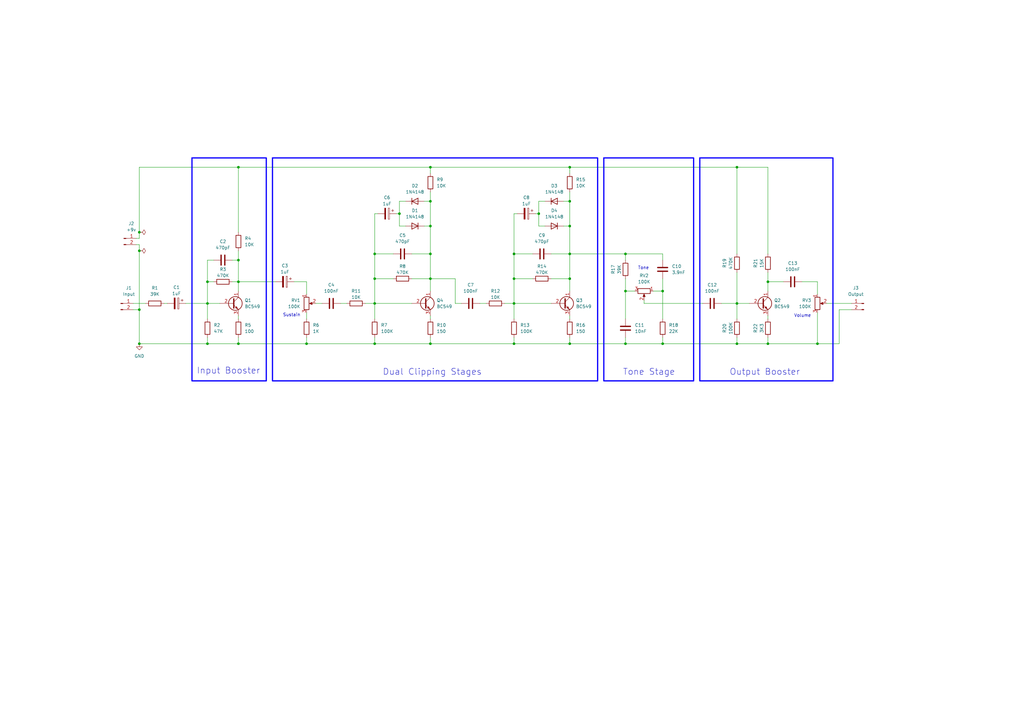
<source format=kicad_sch>
(kicad_sch
	(version 20231120)
	(generator "eeschema")
	(generator_version "8.0")
	(uuid "a8ce092c-c0e1-4a15-a06e-5a54ceeb4c22")
	(paper "A3")
	(lib_symbols
		(symbol "Connector:Conn_01x02_Pin"
			(pin_names
				(offset 1.016) hide)
			(exclude_from_sim no)
			(in_bom yes)
			(on_board yes)
			(property "Reference" "J"
				(at 0 2.54 0)
				(effects
					(font
						(size 1.27 1.27)
					)
				)
			)
			(property "Value" "Conn_01x02_Pin"
				(at 0 -5.08 0)
				(effects
					(font
						(size 1.27 1.27)
					)
				)
			)
			(property "Footprint" ""
				(at 0 0 0)
				(effects
					(font
						(size 1.27 1.27)
					)
					(hide yes)
				)
			)
			(property "Datasheet" "~"
				(at 0 0 0)
				(effects
					(font
						(size 1.27 1.27)
					)
					(hide yes)
				)
			)
			(property "Description" "Generic connector, single row, 01x02, script generated"
				(at 0 0 0)
				(effects
					(font
						(size 1.27 1.27)
					)
					(hide yes)
				)
			)
			(property "ki_locked" ""
				(at 0 0 0)
				(effects
					(font
						(size 1.27 1.27)
					)
				)
			)
			(property "ki_keywords" "connector"
				(at 0 0 0)
				(effects
					(font
						(size 1.27 1.27)
					)
					(hide yes)
				)
			)
			(property "ki_fp_filters" "Connector*:*_1x??_*"
				(at 0 0 0)
				(effects
					(font
						(size 1.27 1.27)
					)
					(hide yes)
				)
			)
			(symbol "Conn_01x02_Pin_1_1"
				(polyline
					(pts
						(xy 1.27 -2.54) (xy 0.8636 -2.54)
					)
					(stroke
						(width 0.1524)
						(type default)
					)
					(fill
						(type none)
					)
				)
				(polyline
					(pts
						(xy 1.27 0) (xy 0.8636 0)
					)
					(stroke
						(width 0.1524)
						(type default)
					)
					(fill
						(type none)
					)
				)
				(rectangle
					(start 0.8636 -2.413)
					(end 0 -2.667)
					(stroke
						(width 0.1524)
						(type default)
					)
					(fill
						(type outline)
					)
				)
				(rectangle
					(start 0.8636 0.127)
					(end 0 -0.127)
					(stroke
						(width 0.1524)
						(type default)
					)
					(fill
						(type outline)
					)
				)
				(pin passive line
					(at 5.08 0 180)
					(length 3.81)
					(name "Pin_1"
						(effects
							(font
								(size 1.27 1.27)
							)
						)
					)
					(number "1"
						(effects
							(font
								(size 1.27 1.27)
							)
						)
					)
				)
				(pin passive line
					(at 5.08 -2.54 180)
					(length 3.81)
					(name "Pin_2"
						(effects
							(font
								(size 1.27 1.27)
							)
						)
					)
					(number "2"
						(effects
							(font
								(size 1.27 1.27)
							)
						)
					)
				)
			)
		)
		(symbol "Device:C"
			(pin_numbers hide)
			(pin_names
				(offset 0.254)
			)
			(exclude_from_sim no)
			(in_bom yes)
			(on_board yes)
			(property "Reference" "C"
				(at 0.635 2.54 0)
				(effects
					(font
						(size 1.27 1.27)
					)
					(justify left)
				)
			)
			(property "Value" "C"
				(at 0.635 -2.54 0)
				(effects
					(font
						(size 1.27 1.27)
					)
					(justify left)
				)
			)
			(property "Footprint" ""
				(at 0.9652 -3.81 0)
				(effects
					(font
						(size 1.27 1.27)
					)
					(hide yes)
				)
			)
			(property "Datasheet" "~"
				(at 0 0 0)
				(effects
					(font
						(size 1.27 1.27)
					)
					(hide yes)
				)
			)
			(property "Description" "Unpolarized capacitor"
				(at 0 0 0)
				(effects
					(font
						(size 1.27 1.27)
					)
					(hide yes)
				)
			)
			(property "ki_keywords" "cap capacitor"
				(at 0 0 0)
				(effects
					(font
						(size 1.27 1.27)
					)
					(hide yes)
				)
			)
			(property "ki_fp_filters" "C_*"
				(at 0 0 0)
				(effects
					(font
						(size 1.27 1.27)
					)
					(hide yes)
				)
			)
			(symbol "C_0_1"
				(polyline
					(pts
						(xy -2.032 -0.762) (xy 2.032 -0.762)
					)
					(stroke
						(width 0.508)
						(type default)
					)
					(fill
						(type none)
					)
				)
				(polyline
					(pts
						(xy -2.032 0.762) (xy 2.032 0.762)
					)
					(stroke
						(width 0.508)
						(type default)
					)
					(fill
						(type none)
					)
				)
			)
			(symbol "C_1_1"
				(pin passive line
					(at 0 3.81 270)
					(length 2.794)
					(name "~"
						(effects
							(font
								(size 1.27 1.27)
							)
						)
					)
					(number "1"
						(effects
							(font
								(size 1.27 1.27)
							)
						)
					)
				)
				(pin passive line
					(at 0 -3.81 90)
					(length 2.794)
					(name "~"
						(effects
							(font
								(size 1.27 1.27)
							)
						)
					)
					(number "2"
						(effects
							(font
								(size 1.27 1.27)
							)
						)
					)
				)
			)
		)
		(symbol "Device:C_Polarized"
			(pin_numbers hide)
			(pin_names
				(offset 0.254)
			)
			(exclude_from_sim no)
			(in_bom yes)
			(on_board yes)
			(property "Reference" "C"
				(at 0.635 2.54 0)
				(effects
					(font
						(size 1.27 1.27)
					)
					(justify left)
				)
			)
			(property "Value" "C_Polarized"
				(at 0.635 -2.54 0)
				(effects
					(font
						(size 1.27 1.27)
					)
					(justify left)
				)
			)
			(property "Footprint" ""
				(at 0.9652 -3.81 0)
				(effects
					(font
						(size 1.27 1.27)
					)
					(hide yes)
				)
			)
			(property "Datasheet" "~"
				(at 0 0 0)
				(effects
					(font
						(size 1.27 1.27)
					)
					(hide yes)
				)
			)
			(property "Description" "Polarized capacitor"
				(at 0 0 0)
				(effects
					(font
						(size 1.27 1.27)
					)
					(hide yes)
				)
			)
			(property "ki_keywords" "cap capacitor"
				(at 0 0 0)
				(effects
					(font
						(size 1.27 1.27)
					)
					(hide yes)
				)
			)
			(property "ki_fp_filters" "CP_*"
				(at 0 0 0)
				(effects
					(font
						(size 1.27 1.27)
					)
					(hide yes)
				)
			)
			(symbol "C_Polarized_0_1"
				(rectangle
					(start -2.286 0.508)
					(end 2.286 1.016)
					(stroke
						(width 0)
						(type default)
					)
					(fill
						(type none)
					)
				)
				(polyline
					(pts
						(xy -1.778 2.286) (xy -0.762 2.286)
					)
					(stroke
						(width 0)
						(type default)
					)
					(fill
						(type none)
					)
				)
				(polyline
					(pts
						(xy -1.27 2.794) (xy -1.27 1.778)
					)
					(stroke
						(width 0)
						(type default)
					)
					(fill
						(type none)
					)
				)
				(rectangle
					(start 2.286 -0.508)
					(end -2.286 -1.016)
					(stroke
						(width 0)
						(type default)
					)
					(fill
						(type outline)
					)
				)
			)
			(symbol "C_Polarized_1_1"
				(pin passive line
					(at 0 3.81 270)
					(length 2.794)
					(name "~"
						(effects
							(font
								(size 1.27 1.27)
							)
						)
					)
					(number "1"
						(effects
							(font
								(size 1.27 1.27)
							)
						)
					)
				)
				(pin passive line
					(at 0 -3.81 90)
					(length 2.794)
					(name "~"
						(effects
							(font
								(size 1.27 1.27)
							)
						)
					)
					(number "2"
						(effects
							(font
								(size 1.27 1.27)
							)
						)
					)
				)
			)
		)
		(symbol "Device:R"
			(pin_numbers hide)
			(pin_names
				(offset 0)
			)
			(exclude_from_sim no)
			(in_bom yes)
			(on_board yes)
			(property "Reference" "R"
				(at 2.032 0 90)
				(effects
					(font
						(size 1.27 1.27)
					)
				)
			)
			(property "Value" "R"
				(at 0 0 90)
				(effects
					(font
						(size 1.27 1.27)
					)
				)
			)
			(property "Footprint" ""
				(at -1.778 0 90)
				(effects
					(font
						(size 1.27 1.27)
					)
					(hide yes)
				)
			)
			(property "Datasheet" "~"
				(at 0 0 0)
				(effects
					(font
						(size 1.27 1.27)
					)
					(hide yes)
				)
			)
			(property "Description" "Resistor"
				(at 0 0 0)
				(effects
					(font
						(size 1.27 1.27)
					)
					(hide yes)
				)
			)
			(property "ki_keywords" "R res resistor"
				(at 0 0 0)
				(effects
					(font
						(size 1.27 1.27)
					)
					(hide yes)
				)
			)
			(property "ki_fp_filters" "R_*"
				(at 0 0 0)
				(effects
					(font
						(size 1.27 1.27)
					)
					(hide yes)
				)
			)
			(symbol "R_0_1"
				(rectangle
					(start -1.016 -2.54)
					(end 1.016 2.54)
					(stroke
						(width 0.254)
						(type default)
					)
					(fill
						(type none)
					)
				)
			)
			(symbol "R_1_1"
				(pin passive line
					(at 0 3.81 270)
					(length 1.27)
					(name "~"
						(effects
							(font
								(size 1.27 1.27)
							)
						)
					)
					(number "1"
						(effects
							(font
								(size 1.27 1.27)
							)
						)
					)
				)
				(pin passive line
					(at 0 -3.81 90)
					(length 1.27)
					(name "~"
						(effects
							(font
								(size 1.27 1.27)
							)
						)
					)
					(number "2"
						(effects
							(font
								(size 1.27 1.27)
							)
						)
					)
				)
			)
		)
		(symbol "Device:R_Potentiometer"
			(pin_names
				(offset 1.016) hide)
			(exclude_from_sim no)
			(in_bom yes)
			(on_board yes)
			(property "Reference" "RV"
				(at -4.445 0 90)
				(effects
					(font
						(size 1.27 1.27)
					)
				)
			)
			(property "Value" "R_Potentiometer"
				(at -2.54 0 90)
				(effects
					(font
						(size 1.27 1.27)
					)
				)
			)
			(property "Footprint" ""
				(at 0 0 0)
				(effects
					(font
						(size 1.27 1.27)
					)
					(hide yes)
				)
			)
			(property "Datasheet" "~"
				(at 0 0 0)
				(effects
					(font
						(size 1.27 1.27)
					)
					(hide yes)
				)
			)
			(property "Description" "Potentiometer"
				(at 0 0 0)
				(effects
					(font
						(size 1.27 1.27)
					)
					(hide yes)
				)
			)
			(property "ki_keywords" "resistor variable"
				(at 0 0 0)
				(effects
					(font
						(size 1.27 1.27)
					)
					(hide yes)
				)
			)
			(property "ki_fp_filters" "Potentiometer*"
				(at 0 0 0)
				(effects
					(font
						(size 1.27 1.27)
					)
					(hide yes)
				)
			)
			(symbol "R_Potentiometer_0_1"
				(polyline
					(pts
						(xy 2.54 0) (xy 1.524 0)
					)
					(stroke
						(width 0)
						(type default)
					)
					(fill
						(type none)
					)
				)
				(polyline
					(pts
						(xy 1.143 0) (xy 2.286 0.508) (xy 2.286 -0.508) (xy 1.143 0)
					)
					(stroke
						(width 0)
						(type default)
					)
					(fill
						(type outline)
					)
				)
				(rectangle
					(start 1.016 2.54)
					(end -1.016 -2.54)
					(stroke
						(width 0.254)
						(type default)
					)
					(fill
						(type none)
					)
				)
			)
			(symbol "R_Potentiometer_1_1"
				(pin passive line
					(at 0 3.81 270)
					(length 1.27)
					(name "1"
						(effects
							(font
								(size 1.27 1.27)
							)
						)
					)
					(number "1"
						(effects
							(font
								(size 1.27 1.27)
							)
						)
					)
				)
				(pin passive line
					(at 3.81 0 180)
					(length 1.27)
					(name "2"
						(effects
							(font
								(size 1.27 1.27)
							)
						)
					)
					(number "2"
						(effects
							(font
								(size 1.27 1.27)
							)
						)
					)
				)
				(pin passive line
					(at 0 -3.81 90)
					(length 1.27)
					(name "3"
						(effects
							(font
								(size 1.27 1.27)
							)
						)
					)
					(number "3"
						(effects
							(font
								(size 1.27 1.27)
							)
						)
					)
				)
			)
		)
		(symbol "Diode:1N4148"
			(pin_numbers hide)
			(pin_names hide)
			(exclude_from_sim no)
			(in_bom yes)
			(on_board yes)
			(property "Reference" "D"
				(at 0 2.54 0)
				(effects
					(font
						(size 1.27 1.27)
					)
				)
			)
			(property "Value" "1N4148"
				(at 0 -2.54 0)
				(effects
					(font
						(size 1.27 1.27)
					)
				)
			)
			(property "Footprint" "Diode_THT:D_DO-35_SOD27_P7.62mm_Horizontal"
				(at 0 0 0)
				(effects
					(font
						(size 1.27 1.27)
					)
					(hide yes)
				)
			)
			(property "Datasheet" "https://assets.nexperia.com/documents/data-sheet/1N4148_1N4448.pdf"
				(at 0 0 0)
				(effects
					(font
						(size 1.27 1.27)
					)
					(hide yes)
				)
			)
			(property "Description" "100V 0.15A standard switching diode, DO-35"
				(at 0 0 0)
				(effects
					(font
						(size 1.27 1.27)
					)
					(hide yes)
				)
			)
			(property "Sim.Device" "D"
				(at 0 0 0)
				(effects
					(font
						(size 1.27 1.27)
					)
					(hide yes)
				)
			)
			(property "Sim.Pins" "1=K 2=A"
				(at 0 0 0)
				(effects
					(font
						(size 1.27 1.27)
					)
					(hide yes)
				)
			)
			(property "ki_keywords" "diode"
				(at 0 0 0)
				(effects
					(font
						(size 1.27 1.27)
					)
					(hide yes)
				)
			)
			(property "ki_fp_filters" "D*DO?35*"
				(at 0 0 0)
				(effects
					(font
						(size 1.27 1.27)
					)
					(hide yes)
				)
			)
			(symbol "1N4148_0_1"
				(polyline
					(pts
						(xy -1.27 1.27) (xy -1.27 -1.27)
					)
					(stroke
						(width 0.254)
						(type default)
					)
					(fill
						(type none)
					)
				)
				(polyline
					(pts
						(xy 1.27 0) (xy -1.27 0)
					)
					(stroke
						(width 0)
						(type default)
					)
					(fill
						(type none)
					)
				)
				(polyline
					(pts
						(xy 1.27 1.27) (xy 1.27 -1.27) (xy -1.27 0) (xy 1.27 1.27)
					)
					(stroke
						(width 0.254)
						(type default)
					)
					(fill
						(type none)
					)
				)
			)
			(symbol "1N4148_1_1"
				(pin passive line
					(at -3.81 0 0)
					(length 2.54)
					(name "K"
						(effects
							(font
								(size 1.27 1.27)
							)
						)
					)
					(number "1"
						(effects
							(font
								(size 1.27 1.27)
							)
						)
					)
				)
				(pin passive line
					(at 3.81 0 180)
					(length 2.54)
					(name "A"
						(effects
							(font
								(size 1.27 1.27)
							)
						)
					)
					(number "2"
						(effects
							(font
								(size 1.27 1.27)
							)
						)
					)
				)
			)
		)
		(symbol "Transistor_BJT:BC549"
			(pin_names
				(offset 0) hide)
			(exclude_from_sim no)
			(in_bom yes)
			(on_board yes)
			(property "Reference" "Q"
				(at 5.08 1.905 0)
				(effects
					(font
						(size 1.27 1.27)
					)
					(justify left)
				)
			)
			(property "Value" "BC549"
				(at 5.08 0 0)
				(effects
					(font
						(size 1.27 1.27)
					)
					(justify left)
				)
			)
			(property "Footprint" "Package_TO_SOT_THT:TO-92_Inline"
				(at 5.08 -1.905 0)
				(effects
					(font
						(size 1.27 1.27)
						(italic yes)
					)
					(justify left)
					(hide yes)
				)
			)
			(property "Datasheet" "https://www.onsemi.com/pub/Collateral/BC550-D.pdf"
				(at 0 0 0)
				(effects
					(font
						(size 1.27 1.27)
					)
					(justify left)
					(hide yes)
				)
			)
			(property "Description" "0.1A Ic, 30V Vce, Small Signal NPN Transistor, TO-92"
				(at 0 0 0)
				(effects
					(font
						(size 1.27 1.27)
					)
					(hide yes)
				)
			)
			(property "ki_keywords" "NPN Transistor"
				(at 0 0 0)
				(effects
					(font
						(size 1.27 1.27)
					)
					(hide yes)
				)
			)
			(property "ki_fp_filters" "TO?92*"
				(at 0 0 0)
				(effects
					(font
						(size 1.27 1.27)
					)
					(hide yes)
				)
			)
			(symbol "BC549_0_1"
				(polyline
					(pts
						(xy 0 0) (xy 0.635 0)
					)
					(stroke
						(width 0)
						(type default)
					)
					(fill
						(type none)
					)
				)
				(polyline
					(pts
						(xy 0.635 0.635) (xy 2.54 2.54)
					)
					(stroke
						(width 0)
						(type default)
					)
					(fill
						(type none)
					)
				)
				(polyline
					(pts
						(xy 0.635 -0.635) (xy 2.54 -2.54) (xy 2.54 -2.54)
					)
					(stroke
						(width 0)
						(type default)
					)
					(fill
						(type none)
					)
				)
				(polyline
					(pts
						(xy 0.635 1.905) (xy 0.635 -1.905) (xy 0.635 -1.905)
					)
					(stroke
						(width 0.508)
						(type default)
					)
					(fill
						(type none)
					)
				)
				(polyline
					(pts
						(xy 1.27 -1.778) (xy 1.778 -1.27) (xy 2.286 -2.286) (xy 1.27 -1.778) (xy 1.27 -1.778)
					)
					(stroke
						(width 0)
						(type default)
					)
					(fill
						(type outline)
					)
				)
				(circle
					(center 1.27 0)
					(radius 2.8194)
					(stroke
						(width 0.254)
						(type default)
					)
					(fill
						(type none)
					)
				)
			)
			(symbol "BC549_1_1"
				(pin passive line
					(at 2.54 5.08 270)
					(length 2.54)
					(name "C"
						(effects
							(font
								(size 1.27 1.27)
							)
						)
					)
					(number "1"
						(effects
							(font
								(size 1.27 1.27)
							)
						)
					)
				)
				(pin input line
					(at -5.08 0 0)
					(length 5.08)
					(name "B"
						(effects
							(font
								(size 1.27 1.27)
							)
						)
					)
					(number "2"
						(effects
							(font
								(size 1.27 1.27)
							)
						)
					)
				)
				(pin passive line
					(at 2.54 -5.08 90)
					(length 2.54)
					(name "E"
						(effects
							(font
								(size 1.27 1.27)
							)
						)
					)
					(number "3"
						(effects
							(font
								(size 1.27 1.27)
							)
						)
					)
				)
			)
		)
		(symbol "power:GND"
			(power)
			(pin_numbers hide)
			(pin_names
				(offset 0) hide)
			(exclude_from_sim no)
			(in_bom yes)
			(on_board yes)
			(property "Reference" "#PWR"
				(at 0 -6.35 0)
				(effects
					(font
						(size 1.27 1.27)
					)
					(hide yes)
				)
			)
			(property "Value" "GND"
				(at 0 -3.81 0)
				(effects
					(font
						(size 1.27 1.27)
					)
				)
			)
			(property "Footprint" ""
				(at 0 0 0)
				(effects
					(font
						(size 1.27 1.27)
					)
					(hide yes)
				)
			)
			(property "Datasheet" ""
				(at 0 0 0)
				(effects
					(font
						(size 1.27 1.27)
					)
					(hide yes)
				)
			)
			(property "Description" "Power symbol creates a global label with name \"GND\" , ground"
				(at 0 0 0)
				(effects
					(font
						(size 1.27 1.27)
					)
					(hide yes)
				)
			)
			(property "ki_keywords" "global power"
				(at 0 0 0)
				(effects
					(font
						(size 1.27 1.27)
					)
					(hide yes)
				)
			)
			(symbol "GND_0_1"
				(polyline
					(pts
						(xy 0 0) (xy 0 -1.27) (xy 1.27 -1.27) (xy 0 -2.54) (xy -1.27 -1.27) (xy 0 -1.27)
					)
					(stroke
						(width 0)
						(type default)
					)
					(fill
						(type none)
					)
				)
			)
			(symbol "GND_1_1"
				(pin power_in line
					(at 0 0 270)
					(length 0)
					(name "~"
						(effects
							(font
								(size 1.27 1.27)
							)
						)
					)
					(number "1"
						(effects
							(font
								(size 1.27 1.27)
							)
						)
					)
				)
			)
		)
		(symbol "power:PWR_FLAG"
			(power)
			(pin_numbers hide)
			(pin_names
				(offset 0) hide)
			(exclude_from_sim no)
			(in_bom yes)
			(on_board yes)
			(property "Reference" "#FLG"
				(at 0 1.905 0)
				(effects
					(font
						(size 1.27 1.27)
					)
					(hide yes)
				)
			)
			(property "Value" "PWR_FLAG"
				(at 0 3.81 0)
				(effects
					(font
						(size 1.27 1.27)
					)
				)
			)
			(property "Footprint" ""
				(at 0 0 0)
				(effects
					(font
						(size 1.27 1.27)
					)
					(hide yes)
				)
			)
			(property "Datasheet" "~"
				(at 0 0 0)
				(effects
					(font
						(size 1.27 1.27)
					)
					(hide yes)
				)
			)
			(property "Description" "Special symbol for telling ERC where power comes from"
				(at 0 0 0)
				(effects
					(font
						(size 1.27 1.27)
					)
					(hide yes)
				)
			)
			(property "ki_keywords" "flag power"
				(at 0 0 0)
				(effects
					(font
						(size 1.27 1.27)
					)
					(hide yes)
				)
			)
			(symbol "PWR_FLAG_0_0"
				(pin power_out line
					(at 0 0 90)
					(length 0)
					(name "~"
						(effects
							(font
								(size 1.27 1.27)
							)
						)
					)
					(number "1"
						(effects
							(font
								(size 1.27 1.27)
							)
						)
					)
				)
			)
			(symbol "PWR_FLAG_0_1"
				(polyline
					(pts
						(xy 0 0) (xy 0 1.27) (xy -1.016 1.905) (xy 0 2.54) (xy 1.016 1.905) (xy 0 1.27)
					)
					(stroke
						(width 0)
						(type default)
					)
					(fill
						(type none)
					)
				)
			)
		)
	)
	(junction
		(at 233.68 92.71)
		(diameter 0)
		(color 0 0 0 0)
		(uuid "025068cf-b7d0-4708-8c5b-f554dc4d62fb")
	)
	(junction
		(at 85.09 140.97)
		(diameter 0)
		(color 0 0 0 0)
		(uuid "02ac2918-3388-4103-a301-fc0b0c6acdc9")
	)
	(junction
		(at 153.67 124.46)
		(diameter 0)
		(color 0 0 0 0)
		(uuid "06840867-3634-4c17-b029-eff00857cca0")
	)
	(junction
		(at 271.78 119.38)
		(diameter 0)
		(color 0 0 0 0)
		(uuid "0f5b5d90-3e11-456d-821b-0fe206852a00")
	)
	(junction
		(at 210.82 104.14)
		(diameter 0)
		(color 0 0 0 0)
		(uuid "15dbc1fd-00de-477b-83cd-3d4098d358fc")
	)
	(junction
		(at 233.68 114.3)
		(diameter 0)
		(color 0 0 0 0)
		(uuid "1f0c486d-55ac-454e-889a-8df60038c2a4")
	)
	(junction
		(at 85.09 124.46)
		(diameter 0)
		(color 0 0 0 0)
		(uuid "23873683-a0e5-4ba5-ad70-6d2c04e7e85a")
	)
	(junction
		(at 176.53 68.58)
		(diameter 0)
		(color 0 0 0 0)
		(uuid "27bd8b5a-ed86-4179-8e8e-b079028cbac4")
	)
	(junction
		(at 97.79 140.97)
		(diameter 0)
		(color 0 0 0 0)
		(uuid "3b703dc1-8ca4-4413-9e93-b58b8892a26d")
	)
	(junction
		(at 57.15 127)
		(diameter 0)
		(color 0 0 0 0)
		(uuid "46e78a13-0ea0-41c0-83f5-ec605710ea28")
	)
	(junction
		(at 314.96 115.57)
		(diameter 0)
		(color 0 0 0 0)
		(uuid "4cc68d5b-a70c-4f65-b857-ccef237219a1")
	)
	(junction
		(at 176.53 104.14)
		(diameter 0)
		(color 0 0 0 0)
		(uuid "4d2bcb1b-b382-4316-a7e6-b083fe75f752")
	)
	(junction
		(at 220.98 87.63)
		(diameter 0)
		(color 0 0 0 0)
		(uuid "4ffd0640-a16b-401a-b7ad-2a9e604a4d42")
	)
	(junction
		(at 153.67 104.14)
		(diameter 0)
		(color 0 0 0 0)
		(uuid "505f17b6-8ced-49f4-b0bf-0ed566fe3b4c")
	)
	(junction
		(at 97.79 106.68)
		(diameter 0)
		(color 0 0 0 0)
		(uuid "5193c053-cfa3-407d-b6cb-d8ea6b428f1b")
	)
	(junction
		(at 335.28 140.97)
		(diameter 0)
		(color 0 0 0 0)
		(uuid "527164f7-12aa-422c-98b2-ddb145d10c23")
	)
	(junction
		(at 302.26 140.97)
		(diameter 0)
		(color 0 0 0 0)
		(uuid "5680f505-d7e9-48d9-8a12-8e8ef07a2691")
	)
	(junction
		(at 233.68 68.58)
		(diameter 0)
		(color 0 0 0 0)
		(uuid "58b97b26-b3be-410a-93ef-b582300ffab8")
	)
	(junction
		(at 210.82 114.3)
		(diameter 0)
		(color 0 0 0 0)
		(uuid "5d3a90b6-2568-4073-91a9-329954d44377")
	)
	(junction
		(at 302.26 124.46)
		(diameter 0)
		(color 0 0 0 0)
		(uuid "65860feb-7a96-4ec9-80ca-1ab7ffc3ddf9")
	)
	(junction
		(at 314.96 140.97)
		(diameter 0)
		(color 0 0 0 0)
		(uuid "66d75c5e-d5e3-4f92-948e-ce2d503d1228")
	)
	(junction
		(at 153.67 140.97)
		(diameter 0)
		(color 0 0 0 0)
		(uuid "6ac3adbf-b3bc-4117-ab1b-bab0ec0e7b71")
	)
	(junction
		(at 176.53 82.55)
		(diameter 0)
		(color 0 0 0 0)
		(uuid "6b50bb8f-9538-4fff-ac82-aa87b6c02b4d")
	)
	(junction
		(at 233.68 140.97)
		(diameter 0)
		(color 0 0 0 0)
		(uuid "6c4dd6f4-f872-43f4-89a4-452b67b07822")
	)
	(junction
		(at 302.26 68.58)
		(diameter 0)
		(color 0 0 0 0)
		(uuid "6e1ed588-d03b-4293-b353-0ac1ce0fce1b")
	)
	(junction
		(at 176.53 92.71)
		(diameter 0)
		(color 0 0 0 0)
		(uuid "80af7f7f-2f4e-4ee9-adec-d2c7267e4d84")
	)
	(junction
		(at 163.83 87.63)
		(diameter 0)
		(color 0 0 0 0)
		(uuid "81caa137-2ba3-4f0d-9855-ae3928e139e0")
	)
	(junction
		(at 176.53 114.3)
		(diameter 0)
		(color 0 0 0 0)
		(uuid "86650376-ef5a-4504-85f7-9a051dad0c26")
	)
	(junction
		(at 176.53 140.97)
		(diameter 0)
		(color 0 0 0 0)
		(uuid "886647ce-80b8-4c0c-bc4f-967aba7f78b2")
	)
	(junction
		(at 57.15 102.87)
		(diameter 0)
		(color 0 0 0 0)
		(uuid "89256f4d-7896-48fb-8b00-bc6a1b53901f")
	)
	(junction
		(at 271.78 140.97)
		(diameter 0)
		(color 0 0 0 0)
		(uuid "937e69bb-9569-4a88-98fc-f18652ff1687")
	)
	(junction
		(at 125.73 140.97)
		(diameter 0)
		(color 0 0 0 0)
		(uuid "9df7ce6a-5283-4d00-af36-88d3071831ca")
	)
	(junction
		(at 210.82 140.97)
		(diameter 0)
		(color 0 0 0 0)
		(uuid "a6f57427-70cf-41f6-9ee7-b606cc800215")
	)
	(junction
		(at 233.68 82.55)
		(diameter 0)
		(color 0 0 0 0)
		(uuid "bc5d6c5e-9f23-4b44-80d9-f47d963e79d2")
	)
	(junction
		(at 233.68 104.14)
		(diameter 0)
		(color 0 0 0 0)
		(uuid "bf1a3883-8e2e-498f-bc88-9d597a96658f")
	)
	(junction
		(at 57.15 95.25)
		(diameter 0)
		(color 0 0 0 0)
		(uuid "c4d0eace-f779-4f4f-b4df-33e9a1ecdecf")
	)
	(junction
		(at 256.54 119.38)
		(diameter 0)
		(color 0 0 0 0)
		(uuid "cbe42068-dbe9-4075-bad8-f2a40deb1143")
	)
	(junction
		(at 57.15 140.97)
		(diameter 0)
		(color 0 0 0 0)
		(uuid "cc8402e0-c919-4b5f-bffc-5952485b1897")
	)
	(junction
		(at 153.67 114.3)
		(diameter 0)
		(color 0 0 0 0)
		(uuid "d3444b04-afec-4661-adb5-e258275478ca")
	)
	(junction
		(at 97.79 115.57)
		(diameter 0)
		(color 0 0 0 0)
		(uuid "e0bc63cc-1773-4b5d-a07c-42a5e92178a8")
	)
	(junction
		(at 256.54 140.97)
		(diameter 0)
		(color 0 0 0 0)
		(uuid "e1f67bfb-d259-4073-9666-d3e989d3e7aa")
	)
	(junction
		(at 256.54 104.14)
		(diameter 0)
		(color 0 0 0 0)
		(uuid "ec13783e-71ab-47c1-94af-81b143711c90")
	)
	(junction
		(at 210.82 124.46)
		(diameter 0)
		(color 0 0 0 0)
		(uuid "f2057b95-68c3-4386-bcae-549300aa5258")
	)
	(junction
		(at 85.09 115.57)
		(diameter 0)
		(color 0 0 0 0)
		(uuid "f3972860-2dd7-4ebb-9342-9171038caca2")
	)
	(junction
		(at 97.79 68.58)
		(diameter 0)
		(color 0 0 0 0)
		(uuid "f54b128d-d83c-444c-9316-f5d41192b824")
	)
	(wire
		(pts
			(xy 271.78 140.97) (xy 302.26 140.97)
		)
		(stroke
			(width 0)
			(type default)
		)
		(uuid "01dcf610-f32d-4a0d-bf76-dcc7267cfe8a")
	)
	(wire
		(pts
			(xy 226.06 104.14) (xy 233.68 104.14)
		)
		(stroke
			(width 0)
			(type default)
		)
		(uuid "01f98cc1-f4b6-4025-b2ac-7a06fe588bb9")
	)
	(wire
		(pts
			(xy 220.98 87.63) (xy 220.98 92.71)
		)
		(stroke
			(width 0)
			(type default)
		)
		(uuid "03cad239-96e9-4986-9b8e-d1cb314b3e42")
	)
	(wire
		(pts
			(xy 233.68 82.55) (xy 233.68 92.71)
		)
		(stroke
			(width 0)
			(type default)
		)
		(uuid "057da44c-cedf-4409-914f-c99c85c53126")
	)
	(wire
		(pts
			(xy 97.79 115.57) (xy 97.79 119.38)
		)
		(stroke
			(width 0)
			(type default)
		)
		(uuid "08e5962e-6950-4741-87a5-dc8c7fe54c37")
	)
	(wire
		(pts
			(xy 176.53 104.14) (xy 176.53 114.3)
		)
		(stroke
			(width 0)
			(type default)
		)
		(uuid "09c7563f-2620-413a-897f-e37f9d4d85eb")
	)
	(wire
		(pts
			(xy 176.53 71.12) (xy 176.53 68.58)
		)
		(stroke
			(width 0)
			(type default)
		)
		(uuid "0ba18a74-b149-49aa-b8c7-dcba118365ef")
	)
	(wire
		(pts
			(xy 349.25 127) (xy 344.17 127)
		)
		(stroke
			(width 0)
			(type default)
		)
		(uuid "0e8bc952-46c8-4693-81f9-ef11ba1343e6")
	)
	(wire
		(pts
			(xy 189.23 124.46) (xy 186.69 124.46)
		)
		(stroke
			(width 0)
			(type default)
		)
		(uuid "0ee158ae-6b9a-456c-a260-1f7b4c33fc4c")
	)
	(wire
		(pts
			(xy 85.09 106.68) (xy 85.09 115.57)
		)
		(stroke
			(width 0)
			(type default)
		)
		(uuid "0f42ab16-5c1e-4ed4-b7d2-15613fbf1668")
	)
	(wire
		(pts
			(xy 314.96 115.57) (xy 321.31 115.57)
		)
		(stroke
			(width 0)
			(type default)
		)
		(uuid "13194765-c7a1-494d-8496-e73a174f01d8")
	)
	(wire
		(pts
			(xy 153.67 140.97) (xy 125.73 140.97)
		)
		(stroke
			(width 0)
			(type default)
		)
		(uuid "131f78f5-a9c1-47d8-ba96-5f070528357b")
	)
	(wire
		(pts
			(xy 57.15 102.87) (xy 57.15 127)
		)
		(stroke
			(width 0)
			(type default)
		)
		(uuid "13d4f53c-de64-45e0-a13d-027d3a88ff22")
	)
	(wire
		(pts
			(xy 67.31 124.46) (xy 68.58 124.46)
		)
		(stroke
			(width 0)
			(type default)
		)
		(uuid "142164d4-f65d-43ef-8891-3a41dda5caa7")
	)
	(wire
		(pts
			(xy 219.71 87.63) (xy 220.98 87.63)
		)
		(stroke
			(width 0)
			(type default)
		)
		(uuid "16a0bb7e-a8a0-4da2-9a3a-8f76af477d96")
	)
	(wire
		(pts
			(xy 153.67 124.46) (xy 168.91 124.46)
		)
		(stroke
			(width 0)
			(type default)
		)
		(uuid "1a2ce0ef-f308-4dfa-9f69-009dccac0e15")
	)
	(wire
		(pts
			(xy 176.53 138.43) (xy 176.53 140.97)
		)
		(stroke
			(width 0)
			(type default)
		)
		(uuid "1ad3165a-b2cc-4cdf-a4b0-21b915ba756d")
	)
	(wire
		(pts
			(xy 233.68 92.71) (xy 233.68 104.14)
		)
		(stroke
			(width 0)
			(type default)
		)
		(uuid "2142bd04-4e73-4ad3-b5a3-39f52353c3d7")
	)
	(wire
		(pts
			(xy 85.09 124.46) (xy 85.09 130.81)
		)
		(stroke
			(width 0)
			(type default)
		)
		(uuid "21f20ea8-b2ff-415e-876e-46599314db37")
	)
	(wire
		(pts
			(xy 57.15 95.25) (xy 57.15 97.79)
		)
		(stroke
			(width 0)
			(type default)
		)
		(uuid "22176f68-addd-4392-93a2-f185617b6e3a")
	)
	(wire
		(pts
			(xy 314.96 138.43) (xy 314.96 140.97)
		)
		(stroke
			(width 0)
			(type default)
		)
		(uuid "25df309b-9348-4b7d-9c43-4c133ee4ec9b")
	)
	(wire
		(pts
			(xy 233.68 140.97) (xy 210.82 140.97)
		)
		(stroke
			(width 0)
			(type default)
		)
		(uuid "2622d128-075a-4a21-8027-df2906276ac0")
	)
	(wire
		(pts
			(xy 97.79 68.58) (xy 97.79 95.25)
		)
		(stroke
			(width 0)
			(type default)
		)
		(uuid "273371a0-c0e6-47c5-81cf-400b58f2cc39")
	)
	(wire
		(pts
			(xy 55.88 97.79) (xy 57.15 97.79)
		)
		(stroke
			(width 0)
			(type default)
		)
		(uuid "291b732b-e20e-4b4b-9f66-9ebc61d5660c")
	)
	(wire
		(pts
			(xy 173.99 92.71) (xy 176.53 92.71)
		)
		(stroke
			(width 0)
			(type default)
		)
		(uuid "2c37c94f-85ca-4258-a880-0083428dc6f7")
	)
	(wire
		(pts
			(xy 256.54 104.14) (xy 256.54 106.68)
		)
		(stroke
			(width 0)
			(type default)
		)
		(uuid "2e644def-fa1f-4ba3-bf63-fd10ae5c930d")
	)
	(wire
		(pts
			(xy 153.67 124.46) (xy 153.67 130.81)
		)
		(stroke
			(width 0)
			(type default)
		)
		(uuid "2fecb768-3040-4ab9-88bb-0a4226dd966f")
	)
	(wire
		(pts
			(xy 344.17 127) (xy 344.17 140.97)
		)
		(stroke
			(width 0)
			(type default)
		)
		(uuid "330c0be2-f5b1-4f49-9fcf-88209e1b4a18")
	)
	(wire
		(pts
			(xy 176.53 129.54) (xy 176.53 130.81)
		)
		(stroke
			(width 0)
			(type default)
		)
		(uuid "3358a92f-4d50-489d-910d-baae15269b69")
	)
	(wire
		(pts
			(xy 256.54 104.14) (xy 271.78 104.14)
		)
		(stroke
			(width 0)
			(type default)
		)
		(uuid "33ea45ca-7cce-4a13-8444-a56fd62a0307")
	)
	(wire
		(pts
			(xy 57.15 68.58) (xy 97.79 68.58)
		)
		(stroke
			(width 0)
			(type default)
		)
		(uuid "341f2bd8-d866-4da5-a292-58dd04f20c62")
	)
	(wire
		(pts
			(xy 231.14 82.55) (xy 233.68 82.55)
		)
		(stroke
			(width 0)
			(type default)
		)
		(uuid "35e0830c-c8c9-4135-a5af-ee73276e6737")
	)
	(wire
		(pts
			(xy 314.96 129.54) (xy 314.96 130.81)
		)
		(stroke
			(width 0)
			(type default)
		)
		(uuid "3c2bf527-0d6b-41e1-a4fa-1dfee5e710cb")
	)
	(wire
		(pts
			(xy 314.96 115.57) (xy 314.96 119.38)
		)
		(stroke
			(width 0)
			(type default)
		)
		(uuid "3d73d47b-ffb4-4f7a-bf28-4e21fb080d65")
	)
	(wire
		(pts
			(xy 57.15 127) (xy 57.15 140.97)
		)
		(stroke
			(width 0)
			(type default)
		)
		(uuid "3dd100ba-b8e3-49ee-91f5-181d709ae303")
	)
	(wire
		(pts
			(xy 176.53 82.55) (xy 176.53 92.71)
		)
		(stroke
			(width 0)
			(type default)
		)
		(uuid "3e288555-c433-423f-b7a8-ee54c88e5b0a")
	)
	(wire
		(pts
			(xy 267.97 119.38) (xy 271.78 119.38)
		)
		(stroke
			(width 0)
			(type default)
		)
		(uuid "401da62a-7ece-4cbd-8369-a7151dca5073")
	)
	(wire
		(pts
			(xy 335.28 140.97) (xy 344.17 140.97)
		)
		(stroke
			(width 0)
			(type default)
		)
		(uuid "411d3e5c-4666-498f-92be-314f30351bf1")
	)
	(wire
		(pts
			(xy 54.61 124.46) (xy 59.69 124.46)
		)
		(stroke
			(width 0)
			(type default)
		)
		(uuid "437ee851-bd95-4092-89e9-d71f1c017ead")
	)
	(wire
		(pts
			(xy 154.94 87.63) (xy 153.67 87.63)
		)
		(stroke
			(width 0)
			(type default)
		)
		(uuid "43b1d2ea-d6aa-41b0-b434-4572ef40edf5")
	)
	(wire
		(pts
			(xy 271.78 104.14) (xy 271.78 106.68)
		)
		(stroke
			(width 0)
			(type default)
		)
		(uuid "446b4296-c455-473e-88a1-64360cebe15d")
	)
	(wire
		(pts
			(xy 218.44 114.3) (xy 210.82 114.3)
		)
		(stroke
			(width 0)
			(type default)
		)
		(uuid "47094364-6114-430b-a255-bf896bdca167")
	)
	(wire
		(pts
			(xy 85.09 138.43) (xy 85.09 140.97)
		)
		(stroke
			(width 0)
			(type default)
		)
		(uuid "47b78bd7-a086-4982-b416-e9397f8a6edf")
	)
	(wire
		(pts
			(xy 233.68 71.12) (xy 233.68 68.58)
		)
		(stroke
			(width 0)
			(type default)
		)
		(uuid "4a842b81-49d0-4dee-91cc-074d27909a46")
	)
	(wire
		(pts
			(xy 149.86 124.46) (xy 153.67 124.46)
		)
		(stroke
			(width 0)
			(type default)
		)
		(uuid "4a96daaa-8d53-4621-b1e9-673d49d02b8c")
	)
	(wire
		(pts
			(xy 226.06 114.3) (xy 233.68 114.3)
		)
		(stroke
			(width 0)
			(type default)
		)
		(uuid "4b529c4c-f604-4ee8-809d-1e973c21e100")
	)
	(wire
		(pts
			(xy 57.15 140.97) (xy 85.09 140.97)
		)
		(stroke
			(width 0)
			(type default)
		)
		(uuid "4c977289-46dd-443a-bac6-4f42e8d0c005")
	)
	(wire
		(pts
			(xy 97.79 140.97) (xy 85.09 140.97)
		)
		(stroke
			(width 0)
			(type default)
		)
		(uuid "4e6fec31-6e98-4a15-99ac-2fcb66a0d7fb")
	)
	(wire
		(pts
			(xy 57.15 100.33) (xy 55.88 100.33)
		)
		(stroke
			(width 0)
			(type default)
		)
		(uuid "53d37da3-843e-46cd-95f4-724f914c1601")
	)
	(wire
		(pts
			(xy 176.53 78.74) (xy 176.53 82.55)
		)
		(stroke
			(width 0)
			(type default)
		)
		(uuid "54c956b1-bc17-4212-99bb-9ffe3fa5ddb9")
	)
	(wire
		(pts
			(xy 161.29 114.3) (xy 153.67 114.3)
		)
		(stroke
			(width 0)
			(type default)
		)
		(uuid "5548984b-cbb9-41fa-b5a7-a8f1f98d0f60")
	)
	(wire
		(pts
			(xy 314.96 111.76) (xy 314.96 115.57)
		)
		(stroke
			(width 0)
			(type default)
		)
		(uuid "5c403160-af54-47e2-8790-b9eef9185bbd")
	)
	(wire
		(pts
			(xy 314.96 104.14) (xy 314.96 68.58)
		)
		(stroke
			(width 0)
			(type default)
		)
		(uuid "5d516f37-2c02-4bfb-8ab0-61d22380f075")
	)
	(wire
		(pts
			(xy 97.79 68.58) (xy 176.53 68.58)
		)
		(stroke
			(width 0)
			(type default)
		)
		(uuid "6134295b-3d82-4488-b50d-dfc0795088a7")
	)
	(wire
		(pts
			(xy 153.67 87.63) (xy 153.67 104.14)
		)
		(stroke
			(width 0)
			(type default)
		)
		(uuid "6cfede6f-b610-4df0-85e7-1a2e7b954da3")
	)
	(wire
		(pts
			(xy 168.91 104.14) (xy 176.53 104.14)
		)
		(stroke
			(width 0)
			(type default)
		)
		(uuid "7193e63b-5397-41a5-bc73-ca1eb6c821a9")
	)
	(wire
		(pts
			(xy 139.7 124.46) (xy 142.24 124.46)
		)
		(stroke
			(width 0)
			(type default)
		)
		(uuid "71db86ec-c453-469a-8382-dfc5527d5e8a")
	)
	(wire
		(pts
			(xy 87.63 106.68) (xy 85.09 106.68)
		)
		(stroke
			(width 0)
			(type default)
		)
		(uuid "7227781d-79cd-4966-9161-659f39c6ce32")
	)
	(wire
		(pts
			(xy 97.79 130.81) (xy 97.79 129.54)
		)
		(stroke
			(width 0)
			(type default)
		)
		(uuid "72a1dcc6-e2b1-4a9d-8f02-5bdf9a97f79d")
	)
	(wire
		(pts
			(xy 163.83 82.55) (xy 163.83 87.63)
		)
		(stroke
			(width 0)
			(type default)
		)
		(uuid "795f9569-4624-4fbd-87f7-c98fe2b5ca4a")
	)
	(wire
		(pts
			(xy 176.53 68.58) (xy 233.68 68.58)
		)
		(stroke
			(width 0)
			(type default)
		)
		(uuid "79d41b7f-154b-47fc-8b0f-ec3881276377")
	)
	(wire
		(pts
			(xy 120.65 115.57) (xy 125.73 115.57)
		)
		(stroke
			(width 0)
			(type default)
		)
		(uuid "7d6e0f0a-e7db-465a-92e7-936838e507c8")
	)
	(wire
		(pts
			(xy 302.26 111.76) (xy 302.26 124.46)
		)
		(stroke
			(width 0)
			(type default)
		)
		(uuid "7d70f9fe-3633-4fa3-8050-d6c00dc23707")
	)
	(wire
		(pts
			(xy 264.16 124.46) (xy 288.29 124.46)
		)
		(stroke
			(width 0)
			(type default)
		)
		(uuid "80f5cbc5-22a7-43fa-9f24-4a8bc7f848be")
	)
	(wire
		(pts
			(xy 256.54 119.38) (xy 260.35 119.38)
		)
		(stroke
			(width 0)
			(type default)
		)
		(uuid "82aa1c1f-e532-4668-8767-361af0681c3c")
	)
	(wire
		(pts
			(xy 233.68 104.14) (xy 233.68 114.3)
		)
		(stroke
			(width 0)
			(type default)
		)
		(uuid "82edc668-f872-4e4c-83de-89cf8f23edd2")
	)
	(wire
		(pts
			(xy 153.67 138.43) (xy 153.67 140.97)
		)
		(stroke
			(width 0)
			(type default)
		)
		(uuid "8324fa38-b25c-4b1b-8763-314aaa211bd2")
	)
	(wire
		(pts
			(xy 207.01 124.46) (xy 210.82 124.46)
		)
		(stroke
			(width 0)
			(type default)
		)
		(uuid "834d0286-02f4-44a4-9691-42fa2ce85ccb")
	)
	(wire
		(pts
			(xy 314.96 68.58) (xy 302.26 68.58)
		)
		(stroke
			(width 0)
			(type default)
		)
		(uuid "840a307a-6d31-4dbf-9b4f-baf25c60b429")
	)
	(wire
		(pts
			(xy 302.26 124.46) (xy 302.26 130.81)
		)
		(stroke
			(width 0)
			(type default)
		)
		(uuid "8589f0a2-bbd0-4603-aaa6-a80f60ea4e1c")
	)
	(wire
		(pts
			(xy 129.54 124.46) (xy 132.08 124.46)
		)
		(stroke
			(width 0)
			(type default)
		)
		(uuid "85daf8a8-8a1c-492b-912d-dc5590e11140")
	)
	(wire
		(pts
			(xy 85.09 115.57) (xy 85.09 124.46)
		)
		(stroke
			(width 0)
			(type default)
		)
		(uuid "86a3447d-1591-4c44-8f63-d06e2487aa14")
	)
	(wire
		(pts
			(xy 335.28 128.27) (xy 335.28 140.97)
		)
		(stroke
			(width 0)
			(type default)
		)
		(uuid "87f255bd-ad50-49ba-b801-d5a86d6df942")
	)
	(wire
		(pts
			(xy 210.82 104.14) (xy 210.82 114.3)
		)
		(stroke
			(width 0)
			(type default)
		)
		(uuid "88811fee-aaad-4b40-9042-6c478e2cc474")
	)
	(wire
		(pts
			(xy 153.67 114.3) (xy 153.67 124.46)
		)
		(stroke
			(width 0)
			(type default)
		)
		(uuid "890acbdd-d9fa-46ee-a0dc-8b32835dc92b")
	)
	(wire
		(pts
			(xy 97.79 138.43) (xy 97.79 140.97)
		)
		(stroke
			(width 0)
			(type default)
		)
		(uuid "8a8b3a44-5e61-4c45-ab5b-6edbb141eb4c")
	)
	(wire
		(pts
			(xy 153.67 104.14) (xy 153.67 114.3)
		)
		(stroke
			(width 0)
			(type default)
		)
		(uuid "8afba1bd-c7fc-4b51-987b-f9ee43f62b7b")
	)
	(wire
		(pts
			(xy 186.69 124.46) (xy 186.69 114.3)
		)
		(stroke
			(width 0)
			(type default)
		)
		(uuid "8b6bd49f-86b3-471e-a4b4-5f2f43accf15")
	)
	(wire
		(pts
			(xy 166.37 82.55) (xy 163.83 82.55)
		)
		(stroke
			(width 0)
			(type default)
		)
		(uuid "8c504307-e26f-429d-9de5-7f1513c278da")
	)
	(wire
		(pts
			(xy 95.25 115.57) (xy 97.79 115.57)
		)
		(stroke
			(width 0)
			(type default)
		)
		(uuid "8cb47b2a-7cb9-410d-b893-a91eb36af042")
	)
	(wire
		(pts
			(xy 162.56 87.63) (xy 163.83 87.63)
		)
		(stroke
			(width 0)
			(type default)
		)
		(uuid "8cf72d01-a8d0-4c50-ba00-0ba89826d937")
	)
	(wire
		(pts
			(xy 97.79 140.97) (xy 125.73 140.97)
		)
		(stroke
			(width 0)
			(type default)
		)
		(uuid "948023b6-bd39-4241-b458-f825bfb2c9c9")
	)
	(wire
		(pts
			(xy 125.73 115.57) (xy 125.73 120.65)
		)
		(stroke
			(width 0)
			(type default)
		)
		(uuid "99becc6a-001e-4afe-ae52-7bd82b97797d")
	)
	(wire
		(pts
			(xy 176.53 114.3) (xy 176.53 119.38)
		)
		(stroke
			(width 0)
			(type default)
		)
		(uuid "9b3f7e51-4fde-456a-bc45-15b56c368f3f")
	)
	(wire
		(pts
			(xy 295.91 124.46) (xy 302.26 124.46)
		)
		(stroke
			(width 0)
			(type default)
		)
		(uuid "9f268715-5262-4503-adb9-b2034d95fcde")
	)
	(wire
		(pts
			(xy 302.26 138.43) (xy 302.26 140.97)
		)
		(stroke
			(width 0)
			(type default)
		)
		(uuid "9f420675-3b17-4788-b065-6d2ea800a63d")
	)
	(wire
		(pts
			(xy 256.54 119.38) (xy 256.54 130.81)
		)
		(stroke
			(width 0)
			(type default)
		)
		(uuid "9fa323c6-0e16-4014-b23a-ac129706e14e")
	)
	(wire
		(pts
			(xy 210.82 87.63) (xy 210.82 104.14)
		)
		(stroke
			(width 0)
			(type default)
		)
		(uuid "9fb3edae-1c76-43db-b82d-c470bf0140d9")
	)
	(wire
		(pts
			(xy 223.52 82.55) (xy 220.98 82.55)
		)
		(stroke
			(width 0)
			(type default)
		)
		(uuid "a05650d2-e1ff-42ea-a429-9fd89f5e3a0f")
	)
	(wire
		(pts
			(xy 163.83 92.71) (xy 166.37 92.71)
		)
		(stroke
			(width 0)
			(type default)
		)
		(uuid "a3bb7101-2ef0-43ad-bcc6-78f2839c90fa")
	)
	(wire
		(pts
			(xy 196.85 124.46) (xy 199.39 124.46)
		)
		(stroke
			(width 0)
			(type default)
		)
		(uuid "a422aaab-076e-40ea-b2a7-bda0976973e3")
	)
	(wire
		(pts
			(xy 271.78 114.3) (xy 271.78 119.38)
		)
		(stroke
			(width 0)
			(type default)
		)
		(uuid "a47eda48-b624-4817-bf8e-ffabe6622e52")
	)
	(wire
		(pts
			(xy 233.68 140.97) (xy 256.54 140.97)
		)
		(stroke
			(width 0)
			(type default)
		)
		(uuid "a70b73e4-b97d-4b7e-8daa-596a2324c75b")
	)
	(wire
		(pts
			(xy 233.68 68.58) (xy 302.26 68.58)
		)
		(stroke
			(width 0)
			(type default)
		)
		(uuid "a70bc32c-5930-43ce-8ec3-c6ea3e36d82b")
	)
	(wire
		(pts
			(xy 231.14 92.71) (xy 233.68 92.71)
		)
		(stroke
			(width 0)
			(type default)
		)
		(uuid "a9825ca5-3efe-4707-bd29-164369e7b37e")
	)
	(wire
		(pts
			(xy 328.93 115.57) (xy 335.28 115.57)
		)
		(stroke
			(width 0)
			(type default)
		)
		(uuid "aa075c5b-7c92-466f-8359-e6d75b43f168")
	)
	(wire
		(pts
			(xy 212.09 87.63) (xy 210.82 87.63)
		)
		(stroke
			(width 0)
			(type default)
		)
		(uuid "ad1055f8-2043-4843-a9c1-5489a002698f")
	)
	(wire
		(pts
			(xy 85.09 115.57) (xy 87.63 115.57)
		)
		(stroke
			(width 0)
			(type default)
		)
		(uuid "b3929bed-0461-4a78-b87d-60ef79160b59")
	)
	(wire
		(pts
			(xy 97.79 106.68) (xy 97.79 115.57)
		)
		(stroke
			(width 0)
			(type default)
		)
		(uuid "b93d517e-895a-4e86-b78e-bffdf3d48890")
	)
	(wire
		(pts
			(xy 173.99 82.55) (xy 176.53 82.55)
		)
		(stroke
			(width 0)
			(type default)
		)
		(uuid "ba553efc-637d-4827-8d11-964c7ec90175")
	)
	(wire
		(pts
			(xy 210.82 124.46) (xy 210.82 130.81)
		)
		(stroke
			(width 0)
			(type default)
		)
		(uuid "beae0192-f6ce-459a-83d6-bc5ee56c395e")
	)
	(wire
		(pts
			(xy 335.28 115.57) (xy 335.28 120.65)
		)
		(stroke
			(width 0)
			(type default)
		)
		(uuid "c0f5f930-3ee8-490f-aeb7-59019f97c0f4")
	)
	(wire
		(pts
			(xy 176.53 140.97) (xy 210.82 140.97)
		)
		(stroke
			(width 0)
			(type default)
		)
		(uuid "c3412d4a-7082-4972-912a-8eb55b7260fb")
	)
	(wire
		(pts
			(xy 125.73 128.27) (xy 125.73 130.81)
		)
		(stroke
			(width 0)
			(type default)
		)
		(uuid "c36411aa-b5ab-496e-b2ea-68c59fde91cc")
	)
	(wire
		(pts
			(xy 97.79 102.87) (xy 97.79 106.68)
		)
		(stroke
			(width 0)
			(type default)
		)
		(uuid "c3dbcfe2-c776-47f3-882e-086d991123f6")
	)
	(wire
		(pts
			(xy 256.54 114.3) (xy 256.54 119.38)
		)
		(stroke
			(width 0)
			(type default)
		)
		(uuid "c41728f4-8b36-4bf3-8f9d-164f2baf0495")
	)
	(wire
		(pts
			(xy 95.25 106.68) (xy 97.79 106.68)
		)
		(stroke
			(width 0)
			(type default)
		)
		(uuid "c4359b5f-c442-4a2d-9f0f-50c10651dafd")
	)
	(wire
		(pts
			(xy 233.68 78.74) (xy 233.68 82.55)
		)
		(stroke
			(width 0)
			(type default)
		)
		(uuid "c5203da1-aa8b-4b0d-98c2-e4a149be87ab")
	)
	(wire
		(pts
			(xy 271.78 119.38) (xy 271.78 130.81)
		)
		(stroke
			(width 0)
			(type default)
		)
		(uuid "cb152dc1-4bb1-4e21-b581-95d4ed7e185b")
	)
	(wire
		(pts
			(xy 76.2 124.46) (xy 85.09 124.46)
		)
		(stroke
			(width 0)
			(type default)
		)
		(uuid "ccaee741-88ab-4c01-8d4a-ce6d157b47e6")
	)
	(wire
		(pts
			(xy 210.82 124.46) (xy 226.06 124.46)
		)
		(stroke
			(width 0)
			(type default)
		)
		(uuid "ccbcd96f-51ed-428e-94c2-3e0f48cf555e")
	)
	(wire
		(pts
			(xy 186.69 114.3) (xy 176.53 114.3)
		)
		(stroke
			(width 0)
			(type default)
		)
		(uuid "cec8ae18-7b40-467c-b219-93a82c354fda")
	)
	(wire
		(pts
			(xy 314.96 140.97) (xy 302.26 140.97)
		)
		(stroke
			(width 0)
			(type default)
		)
		(uuid "cee2111d-8755-4515-94ff-9edbebeafce6")
	)
	(wire
		(pts
			(xy 168.91 114.3) (xy 176.53 114.3)
		)
		(stroke
			(width 0)
			(type default)
		)
		(uuid "d08a625e-6f44-4dbd-800f-aa61e9ec954d")
	)
	(wire
		(pts
			(xy 57.15 100.33) (xy 57.15 102.87)
		)
		(stroke
			(width 0)
			(type default)
		)
		(uuid "d1f02003-0747-4101-975a-820044825d7c")
	)
	(wire
		(pts
			(xy 220.98 82.55) (xy 220.98 87.63)
		)
		(stroke
			(width 0)
			(type default)
		)
		(uuid "d4bd8fda-010b-4fb0-919a-5074b17e9999")
	)
	(wire
		(pts
			(xy 233.68 129.54) (xy 233.68 130.81)
		)
		(stroke
			(width 0)
			(type default)
		)
		(uuid "d61d334a-52da-4aba-bc9f-c3256df960d1")
	)
	(wire
		(pts
			(xy 54.61 127) (xy 57.15 127)
		)
		(stroke
			(width 0)
			(type default)
		)
		(uuid "d64efdb0-f0ac-42c4-b29c-e419f12ff16a")
	)
	(wire
		(pts
			(xy 264.16 124.46) (xy 264.16 123.19)
		)
		(stroke
			(width 0)
			(type default)
		)
		(uuid "d70420b0-e8be-4a98-b1b1-6b3cf7dc0970")
	)
	(wire
		(pts
			(xy 210.82 114.3) (xy 210.82 124.46)
		)
		(stroke
			(width 0)
			(type default)
		)
		(uuid "dacb7b5d-65c0-4b90-aa50-8bd541d089ce")
	)
	(wire
		(pts
			(xy 57.15 68.58) (xy 57.15 95.25)
		)
		(stroke
			(width 0)
			(type default)
		)
		(uuid "dacf5705-3b48-4462-90ab-8d5806f07bb2")
	)
	(wire
		(pts
			(xy 176.53 140.97) (xy 153.67 140.97)
		)
		(stroke
			(width 0)
			(type default)
		)
		(uuid "db581dc1-962c-4a26-bb01-077a47c7fcab")
	)
	(wire
		(pts
			(xy 85.09 124.46) (xy 90.17 124.46)
		)
		(stroke
			(width 0)
			(type default)
		)
		(uuid "ddf275d3-9327-4151-b3c1-528a93d0e340")
	)
	(wire
		(pts
			(xy 233.68 104.14) (xy 256.54 104.14)
		)
		(stroke
			(width 0)
			(type default)
		)
		(uuid "de208546-3cfe-496a-90c8-611ccc045050")
	)
	(wire
		(pts
			(xy 256.54 138.43) (xy 256.54 140.97)
		)
		(stroke
			(width 0)
			(type default)
		)
		(uuid "deec017c-41b3-482a-9736-ff612fff0cc9")
	)
	(wire
		(pts
			(xy 97.79 115.57) (xy 113.03 115.57)
		)
		(stroke
			(width 0)
			(type default)
		)
		(uuid "df82b510-e194-4f5e-89a2-33f17f9d25cb")
	)
	(wire
		(pts
			(xy 210.82 138.43) (xy 210.82 140.97)
		)
		(stroke
			(width 0)
			(type default)
		)
		(uuid "e350199c-7c4d-44f4-aa4d-b6fb02546412")
	)
	(wire
		(pts
			(xy 302.26 124.46) (xy 307.34 124.46)
		)
		(stroke
			(width 0)
			(type default)
		)
		(uuid "e3941442-16c9-4f28-8ecc-637bc5bba7fb")
	)
	(wire
		(pts
			(xy 176.53 92.71) (xy 176.53 104.14)
		)
		(stroke
			(width 0)
			(type default)
		)
		(uuid "e3e84679-1445-4482-a705-39d568f0bf69")
	)
	(wire
		(pts
			(xy 302.26 104.14) (xy 302.26 68.58)
		)
		(stroke
			(width 0)
			(type default)
		)
		(uuid "e4158168-d4a0-4e97-8e2a-561e558ce439")
	)
	(wire
		(pts
			(xy 161.29 104.14) (xy 153.67 104.14)
		)
		(stroke
			(width 0)
			(type default)
		)
		(uuid "e7c36bfa-6ca4-4d37-9e30-df7b5c5e3b54")
	)
	(wire
		(pts
			(xy 233.68 138.43) (xy 233.68 140.97)
		)
		(stroke
			(width 0)
			(type default)
		)
		(uuid "e84a9e9d-4cf0-4e03-99a2-5a5a73c53f49")
	)
	(wire
		(pts
			(xy 163.83 87.63) (xy 163.83 92.71)
		)
		(stroke
			(width 0)
			(type default)
		)
		(uuid "ea59cf3b-2d5e-476c-95a8-4a24da96cf80")
	)
	(wire
		(pts
			(xy 220.98 92.71) (xy 223.52 92.71)
		)
		(stroke
			(width 0)
			(type default)
		)
		(uuid "ea5a4240-7946-4e7d-b265-9fb33efed84c")
	)
	(wire
		(pts
			(xy 271.78 138.43) (xy 271.78 140.97)
		)
		(stroke
			(width 0)
			(type default)
		)
		(uuid "eb063bad-bf27-4234-ade9-62dba9a2a8ee")
	)
	(wire
		(pts
			(xy 233.68 114.3) (xy 233.68 119.38)
		)
		(stroke
			(width 0)
			(type default)
		)
		(uuid "eb077502-fd48-4b5e-a508-683d7dafad52")
	)
	(wire
		(pts
			(xy 218.44 104.14) (xy 210.82 104.14)
		)
		(stroke
			(width 0)
			(type default)
		)
		(uuid "f6ab6f70-26e2-4db4-9b32-845440ed766e")
	)
	(wire
		(pts
			(xy 335.28 140.97) (xy 314.96 140.97)
		)
		(stroke
			(width 0)
			(type default)
		)
		(uuid "f8c7b7d2-20a3-4194-983d-1371fbdf8015")
	)
	(wire
		(pts
			(xy 256.54 140.97) (xy 271.78 140.97)
		)
		(stroke
			(width 0)
			(type default)
		)
		(uuid "fb676d80-c39f-4e61-bb90-4c1fdf7f74d9")
	)
	(wire
		(pts
			(xy 339.09 124.46) (xy 349.25 124.46)
		)
		(stroke
			(width 0)
			(type default)
		)
		(uuid "fbd54487-78c5-4627-9a8c-ae79f4015604")
	)
	(wire
		(pts
			(xy 125.73 138.43) (xy 125.73 140.97)
		)
		(stroke
			(width 0)
			(type default)
		)
		(uuid "ffb2ff27-50e7-4a1d-b872-84c2ac5b601b")
	)
	(rectangle
		(start 78.74 64.77)
		(end 109.22 156.21)
		(stroke
			(width 0.508)
			(type solid)
			(color 10 0 255 1)
		)
		(fill
			(type none)
		)
		(uuid 0e544402-c50a-465e-8259-d1804c13444e)
	)
	(rectangle
		(start 287.02 64.77)
		(end 341.63 156.21)
		(stroke
			(width 0.508)
			(type solid)
			(color 10 0 255 1)
		)
		(fill
			(type none)
		)
		(uuid 5da49318-33a1-4904-8121-061ebddbb81e)
	)
	(rectangle
		(start 247.65 64.77)
		(end 284.48 156.21)
		(stroke
			(width 0.508)
			(type solid)
			(color 10 0 255 1)
		)
		(fill
			(type none)
		)
		(uuid 8d14a75d-6120-4bec-81fe-cc0c3fb882f5)
	)
	(rectangle
		(start 111.76 64.77)
		(end 245.11 156.21)
		(stroke
			(width 0.508)
			(type solid)
			(color 10 0 255 1)
		)
		(fill
			(type none)
		)
		(uuid c73db5ec-d0fa-47a3-9474-009e8be1b5ef)
	)
	(text "Output Booster"
		(exclude_from_sim no)
		(at 313.69 152.654 0)
		(effects
			(font
				(size 2.54 2.54)
			)
		)
		(uuid "03c2c37b-edbe-46e2-8b6b-3614ecb359d5")
	)
	(text "Tone Stage"
		(exclude_from_sim no)
		(at 266.192 152.654 0)
		(effects
			(font
				(size 2.54 2.54)
			)
		)
		(uuid "b2fe6d67-40de-46a2-97c7-6c127dffcebf")
	)
	(text "Volume"
		(exclude_from_sim no)
		(at 329.184 129.54 0)
		(effects
			(font
				(size 1.27 1.27)
			)
		)
		(uuid "c462ca5e-2728-4e51-bc4d-9decbbc4a66e")
	)
	(text "Sustain"
		(exclude_from_sim no)
		(at 119.634 129.286 0)
		(effects
			(font
				(size 1.27 1.27)
			)
		)
		(uuid "c7b31b30-7da7-4136-ad93-484afe5dcea6")
	)
	(text "Dual Clipping Stages"
		(exclude_from_sim no)
		(at 177.292 152.654 0)
		(effects
			(font
				(size 2.54 2.54)
			)
		)
		(uuid "cf9f08cd-bb80-4a67-af92-e6ef4764426e")
	)
	(text "Input Booster"
		(exclude_from_sim no)
		(at 93.726 152.146 0)
		(effects
			(font
				(size 2.54 2.54)
			)
		)
		(uuid "d721ee20-53eb-4f6a-9ca3-2c8531fa6e80")
	)
	(text "Tone"
		(exclude_from_sim no)
		(at 263.906 109.982 0)
		(effects
			(font
				(size 1.27 1.27)
			)
		)
		(uuid "ebe77833-cc82-4b9d-8f52-2ba2cba78638")
	)
	(symbol
		(lib_id "Device:C")
		(at 135.89 124.46 90)
		(unit 1)
		(exclude_from_sim no)
		(in_bom yes)
		(on_board yes)
		(dnp no)
		(fields_autoplaced yes)
		(uuid "083e2beb-0d44-4ac1-8c91-ff324c2a5ffc")
		(property "Reference" "C4"
			(at 135.89 116.84 90)
			(effects
				(font
					(size 1.27 1.27)
				)
			)
		)
		(property "Value" "100nF"
			(at 135.89 119.38 90)
			(effects
				(font
					(size 1.27 1.27)
				)
			)
		)
		(property "Footprint" "Capacitor_THT:C_Rect_L9.0mm_W5.1mm_P7.50mm_MKT"
			(at 139.7 123.4948 0)
			(effects
				(font
					(size 1.27 1.27)
				)
				(hide yes)
			)
		)
		(property "Datasheet" "~"
			(at 135.89 124.46 0)
			(effects
				(font
					(size 1.27 1.27)
				)
				(hide yes)
			)
		)
		(property "Description" "Unpolarized capacitor"
			(at 135.89 124.46 0)
			(effects
				(font
					(size 1.27 1.27)
				)
				(hide yes)
			)
		)
		(pin "2"
			(uuid "77b5b083-53b8-45eb-b8d9-afd5aae389a7")
		)
		(pin "1"
			(uuid "d673a17f-9ebf-47d9-84b2-968d2b6b346a")
		)
		(instances
			(project "Big Muff Pi"
				(path "/a8ce092c-c0e1-4a15-a06e-5a54ceeb4c22"
					(reference "C4")
					(unit 1)
				)
			)
		)
	)
	(symbol
		(lib_id "Diode:1N4148")
		(at 227.33 92.71 180)
		(unit 1)
		(exclude_from_sim no)
		(in_bom yes)
		(on_board yes)
		(dnp no)
		(fields_autoplaced yes)
		(uuid "08b7f222-02b5-412e-af9e-d0622567f178")
		(property "Reference" "D4"
			(at 227.33 86.36 0)
			(effects
				(font
					(size 1.27 1.27)
				)
			)
		)
		(property "Value" "1N4148"
			(at 227.33 88.9 0)
			(effects
				(font
					(size 1.27 1.27)
				)
			)
		)
		(property "Footprint" "Diode_THT:D_DO-35_SOD27_P7.62mm_Horizontal"
			(at 227.33 92.71 0)
			(effects
				(font
					(size 1.27 1.27)
				)
				(hide yes)
			)
		)
		(property "Datasheet" "https://assets.nexperia.com/documents/data-sheet/1N4148_1N4448.pdf"
			(at 227.33 92.71 0)
			(effects
				(font
					(size 1.27 1.27)
				)
				(hide yes)
			)
		)
		(property "Description" "100V 0.15A standard switching diode, DO-35"
			(at 227.33 92.71 0)
			(effects
				(font
					(size 1.27 1.27)
				)
				(hide yes)
			)
		)
		(property "Sim.Device" "D"
			(at 227.33 92.71 0)
			(effects
				(font
					(size 1.27 1.27)
				)
				(hide yes)
			)
		)
		(property "Sim.Pins" "1=K 2=A"
			(at 227.33 92.71 0)
			(effects
				(font
					(size 1.27 1.27)
				)
				(hide yes)
			)
		)
		(pin "2"
			(uuid "9d890d72-db64-4748-84c5-440ba54fa30b")
		)
		(pin "1"
			(uuid "fd744120-31e3-46d4-b206-48e0e1c72893")
		)
		(instances
			(project "Big Muff Pi"
				(path "/a8ce092c-c0e1-4a15-a06e-5a54ceeb4c22"
					(reference "D4")
					(unit 1)
				)
			)
		)
	)
	(symbol
		(lib_id "Device:R")
		(at 91.44 115.57 90)
		(unit 1)
		(exclude_from_sim no)
		(in_bom yes)
		(on_board yes)
		(dnp no)
		(uuid "09446bee-d8d1-4cd6-bccc-75ce61cf995e")
		(property "Reference" "R3"
			(at 91.44 110.49 90)
			(effects
				(font
					(size 1.27 1.27)
				)
			)
		)
		(property "Value" "470K"
			(at 91.44 113.03 90)
			(effects
				(font
					(size 1.27 1.27)
				)
			)
		)
		(property "Footprint" "Resistor_THT:R_Axial_DIN0207_L6.3mm_D2.5mm_P10.16mm_Horizontal"
			(at 91.44 117.348 90)
			(effects
				(font
					(size 1.27 1.27)
				)
				(hide yes)
			)
		)
		(property "Datasheet" "~"
			(at 91.44 115.57 0)
			(effects
				(font
					(size 1.27 1.27)
				)
				(hide yes)
			)
		)
		(property "Description" "Resistor"
			(at 91.44 115.57 0)
			(effects
				(font
					(size 1.27 1.27)
				)
				(hide yes)
			)
		)
		(pin "1"
			(uuid "814fe72b-242b-4991-9e11-acbc57fcc7b4")
		)
		(pin "2"
			(uuid "49d6b3f4-3592-4c48-99a4-1ca00c29ef8e")
		)
		(instances
			(project ""
				(path "/a8ce092c-c0e1-4a15-a06e-5a54ceeb4c22"
					(reference "R3")
					(unit 1)
				)
			)
		)
	)
	(symbol
		(lib_id "Transistor_BJT:BC549")
		(at 173.99 124.46 0)
		(unit 1)
		(exclude_from_sim no)
		(in_bom yes)
		(on_board yes)
		(dnp no)
		(fields_autoplaced yes)
		(uuid "097000eb-9d67-4b10-bfe1-1dc01e0393af")
		(property "Reference" "Q4"
			(at 179.07 123.1899 0)
			(effects
				(font
					(size 1.27 1.27)
				)
				(justify left)
			)
		)
		(property "Value" "BC549"
			(at 179.07 125.7299 0)
			(effects
				(font
					(size 1.27 1.27)
				)
				(justify left)
			)
		)
		(property "Footprint" "Package_TO_SOT_THT:TO-92_Inline"
			(at 179.07 126.365 0)
			(effects
				(font
					(size 1.27 1.27)
					(italic yes)
				)
				(justify left)
				(hide yes)
			)
		)
		(property "Datasheet" "https://www.onsemi.com/pub/Collateral/BC550-D.pdf"
			(at 173.99 124.46 0)
			(effects
				(font
					(size 1.27 1.27)
				)
				(justify left)
				(hide yes)
			)
		)
		(property "Description" "0.1A Ic, 30V Vce, Small Signal NPN Transistor, TO-92"
			(at 173.99 124.46 0)
			(effects
				(font
					(size 1.27 1.27)
				)
				(hide yes)
			)
		)
		(pin "2"
			(uuid "d7615e4e-5370-4c1b-a4d3-805b2efab124")
		)
		(pin "1"
			(uuid "434f8ec4-924a-449a-9a9b-104a909a3129")
		)
		(pin "3"
			(uuid "4a1a6374-3596-49e8-87e6-7b34f934e241")
		)
		(instances
			(project "Big Muff Pi"
				(path "/a8ce092c-c0e1-4a15-a06e-5a54ceeb4c22"
					(reference "Q4")
					(unit 1)
				)
			)
		)
	)
	(symbol
		(lib_id "Device:R")
		(at 176.53 74.93 0)
		(unit 1)
		(exclude_from_sim no)
		(in_bom yes)
		(on_board yes)
		(dnp no)
		(fields_autoplaced yes)
		(uuid "11077aa0-d1dc-4ac3-a486-6a951f29ffa8")
		(property "Reference" "R9"
			(at 179.07 73.6599 0)
			(effects
				(font
					(size 1.27 1.27)
				)
				(justify left)
			)
		)
		(property "Value" "10K"
			(at 179.07 76.1999 0)
			(effects
				(font
					(size 1.27 1.27)
				)
				(justify left)
			)
		)
		(property "Footprint" "Resistor_THT:R_Axial_DIN0207_L6.3mm_D2.5mm_P10.16mm_Horizontal"
			(at 174.752 74.93 90)
			(effects
				(font
					(size 1.27 1.27)
				)
				(hide yes)
			)
		)
		(property "Datasheet" "~"
			(at 176.53 74.93 0)
			(effects
				(font
					(size 1.27 1.27)
				)
				(hide yes)
			)
		)
		(property "Description" "Resistor"
			(at 176.53 74.93 0)
			(effects
				(font
					(size 1.27 1.27)
				)
				(hide yes)
			)
		)
		(pin "1"
			(uuid "121e3864-4c9d-4674-87d8-ee208e45b8ff")
		)
		(pin "2"
			(uuid "ee84b6d8-1457-4720-b108-2e350673f4de")
		)
		(instances
			(project "Big Muff Pi"
				(path "/a8ce092c-c0e1-4a15-a06e-5a54ceeb4c22"
					(reference "R9")
					(unit 1)
				)
			)
		)
	)
	(symbol
		(lib_id "Device:R_Potentiometer")
		(at 125.73 124.46 0)
		(unit 1)
		(exclude_from_sim no)
		(in_bom yes)
		(on_board yes)
		(dnp no)
		(fields_autoplaced yes)
		(uuid "144fa0d8-d57b-4df9-8f90-207da5802cfa")
		(property "Reference" "RV1"
			(at 123.19 123.1899 0)
			(effects
				(font
					(size 1.27 1.27)
				)
				(justify right)
			)
		)
		(property "Value" "100K"
			(at 123.19 125.7299 0)
			(effects
				(font
					(size 1.27 1.27)
				)
				(justify right)
			)
		)
		(property "Footprint" "Connector_PinSocket_2.54mm:PinSocket_1x03_P2.54mm_Vertical"
			(at 125.73 124.46 0)
			(effects
				(font
					(size 1.27 1.27)
				)
				(hide yes)
			)
		)
		(property "Datasheet" "~"
			(at 125.73 124.46 0)
			(effects
				(font
					(size 1.27 1.27)
				)
				(hide yes)
			)
		)
		(property "Description" "Potentiometer"
			(at 125.73 124.46 0)
			(effects
				(font
					(size 1.27 1.27)
				)
				(hide yes)
			)
		)
		(pin "2"
			(uuid "97923ed0-4202-4b7a-955a-16e329261a58")
		)
		(pin "3"
			(uuid "8781e01d-6bec-408e-a487-99ed627ff888")
		)
		(pin "1"
			(uuid "0b933de1-6518-4a89-bba4-7a471526cd48")
		)
		(instances
			(project ""
				(path "/a8ce092c-c0e1-4a15-a06e-5a54ceeb4c22"
					(reference "RV1")
					(unit 1)
				)
			)
		)
	)
	(symbol
		(lib_id "Device:C")
		(at 325.12 115.57 270)
		(unit 1)
		(exclude_from_sim no)
		(in_bom yes)
		(on_board yes)
		(dnp no)
		(fields_autoplaced yes)
		(uuid "14c16717-68fb-4799-b9e0-181e0453954f")
		(property "Reference" "C13"
			(at 325.12 107.95 90)
			(effects
				(font
					(size 1.27 1.27)
				)
			)
		)
		(property "Value" "100nF"
			(at 325.12 110.49 90)
			(effects
				(font
					(size 1.27 1.27)
				)
			)
		)
		(property "Footprint" "Capacitor_THT:C_Rect_L9.0mm_W5.1mm_P7.50mm_MKT"
			(at 321.31 116.5352 0)
			(effects
				(font
					(size 1.27 1.27)
				)
				(hide yes)
			)
		)
		(property "Datasheet" "~"
			(at 325.12 115.57 0)
			(effects
				(font
					(size 1.27 1.27)
				)
				(hide yes)
			)
		)
		(property "Description" "Unpolarized capacitor"
			(at 325.12 115.57 0)
			(effects
				(font
					(size 1.27 1.27)
				)
				(hide yes)
			)
		)
		(pin "2"
			(uuid "a3075455-fc26-45c7-9efa-e2fd96b50be0")
		)
		(pin "1"
			(uuid "89af7b4a-0aeb-4937-9549-ed7b2141c120")
		)
		(instances
			(project "Big Muff Pi"
				(path "/a8ce092c-c0e1-4a15-a06e-5a54ceeb4c22"
					(reference "C13")
					(unit 1)
				)
			)
		)
	)
	(symbol
		(lib_id "Device:R")
		(at 97.79 134.62 0)
		(unit 1)
		(exclude_from_sim no)
		(in_bom yes)
		(on_board yes)
		(dnp no)
		(fields_autoplaced yes)
		(uuid "157283d8-5464-4e69-a885-5bb4e428af89")
		(property "Reference" "R5"
			(at 100.33 133.3499 0)
			(effects
				(font
					(size 1.27 1.27)
				)
				(justify left)
			)
		)
		(property "Value" "100"
			(at 100.33 135.8899 0)
			(effects
				(font
					(size 1.27 1.27)
				)
				(justify left)
			)
		)
		(property "Footprint" "Resistor_THT:R_Axial_DIN0207_L6.3mm_D2.5mm_P10.16mm_Horizontal"
			(at 96.012 134.62 90)
			(effects
				(font
					(size 1.27 1.27)
				)
				(hide yes)
			)
		)
		(property "Datasheet" "~"
			(at 97.79 134.62 0)
			(effects
				(font
					(size 1.27 1.27)
				)
				(hide yes)
			)
		)
		(property "Description" "Resistor"
			(at 97.79 134.62 0)
			(effects
				(font
					(size 1.27 1.27)
				)
				(hide yes)
			)
		)
		(pin "1"
			(uuid "8f15c226-f38b-4987-aa63-b402a050c23c")
		)
		(pin "2"
			(uuid "0e6fb27f-f933-4030-b430-2f03485f6053")
		)
		(instances
			(project ""
				(path "/a8ce092c-c0e1-4a15-a06e-5a54ceeb4c22"
					(reference "R5")
					(unit 1)
				)
			)
		)
	)
	(symbol
		(lib_id "Device:C")
		(at 165.1 104.14 90)
		(unit 1)
		(exclude_from_sim no)
		(in_bom yes)
		(on_board yes)
		(dnp no)
		(fields_autoplaced yes)
		(uuid "18b1ba32-24a1-4c63-817b-4b9c4569f37b")
		(property "Reference" "C5"
			(at 165.1 96.52 90)
			(effects
				(font
					(size 1.27 1.27)
				)
			)
		)
		(property "Value" "470pF"
			(at 165.1 99.06 90)
			(effects
				(font
					(size 1.27 1.27)
				)
			)
		)
		(property "Footprint" "Capacitor_THT:C_Disc_D3.8mm_W2.6mm_P2.50mm"
			(at 168.91 103.1748 0)
			(effects
				(font
					(size 1.27 1.27)
				)
				(hide yes)
			)
		)
		(property "Datasheet" "~"
			(at 165.1 104.14 0)
			(effects
				(font
					(size 1.27 1.27)
				)
				(hide yes)
			)
		)
		(property "Description" "Unpolarized capacitor"
			(at 165.1 104.14 0)
			(effects
				(font
					(size 1.27 1.27)
				)
				(hide yes)
			)
		)
		(pin "2"
			(uuid "16ee716a-b659-4d0c-b4b8-a670d40e613c")
		)
		(pin "1"
			(uuid "fd748327-9097-4f59-a059-6f61aa80c056")
		)
		(instances
			(project "Big Muff Pi"
				(path "/a8ce092c-c0e1-4a15-a06e-5a54ceeb4c22"
					(reference "C5")
					(unit 1)
				)
			)
		)
	)
	(symbol
		(lib_id "Device:C")
		(at 256.54 134.62 180)
		(unit 1)
		(exclude_from_sim no)
		(in_bom yes)
		(on_board yes)
		(dnp no)
		(fields_autoplaced yes)
		(uuid "1b4278a9-a357-4630-8c22-41648ccb3e3c")
		(property "Reference" "C11"
			(at 260.35 133.3499 0)
			(effects
				(font
					(size 1.27 1.27)
				)
				(justify right)
			)
		)
		(property "Value" "10nF"
			(at 260.35 135.8899 0)
			(effects
				(font
					(size 1.27 1.27)
				)
				(justify right)
			)
		)
		(property "Footprint" "Capacitor_THT:C_Rect_L9.0mm_W5.1mm_P7.50mm_MKT"
			(at 255.5748 130.81 0)
			(effects
				(font
					(size 1.27 1.27)
				)
				(hide yes)
			)
		)
		(property "Datasheet" "~"
			(at 256.54 134.62 0)
			(effects
				(font
					(size 1.27 1.27)
				)
				(hide yes)
			)
		)
		(property "Description" "Unpolarized capacitor"
			(at 256.54 134.62 0)
			(effects
				(font
					(size 1.27 1.27)
				)
				(hide yes)
			)
		)
		(pin "2"
			(uuid "d53e1e08-83b2-4270-a1c2-b30c68b66f2b")
		)
		(pin "1"
			(uuid "69182569-2536-4401-8f9b-86e571728b0e")
		)
		(instances
			(project "Big Muff Pi"
				(path "/a8ce092c-c0e1-4a15-a06e-5a54ceeb4c22"
					(reference "C11")
					(unit 1)
				)
			)
		)
	)
	(symbol
		(lib_id "power:PWR_FLAG")
		(at 57.15 102.87 270)
		(unit 1)
		(exclude_from_sim no)
		(in_bom yes)
		(on_board yes)
		(dnp no)
		(fields_autoplaced yes)
		(uuid "2184f12a-fcaf-4fad-bf13-996043790789")
		(property "Reference" "#FLG02"
			(at 59.055 102.87 0)
			(effects
				(font
					(size 1.27 1.27)
				)
				(hide yes)
			)
		)
		(property "Value" "PWR_FLAG"
			(at 62.23 102.87 0)
			(effects
				(font
					(size 1.27 1.27)
				)
				(hide yes)
			)
		)
		(property "Footprint" ""
			(at 57.15 102.87 0)
			(effects
				(font
					(size 1.27 1.27)
				)
				(hide yes)
			)
		)
		(property "Datasheet" "~"
			(at 57.15 102.87 0)
			(effects
				(font
					(size 1.27 1.27)
				)
				(hide yes)
			)
		)
		(property "Description" "Special symbol for telling ERC where power comes from"
			(at 57.15 102.87 0)
			(effects
				(font
					(size 1.27 1.27)
				)
				(hide yes)
			)
		)
		(pin "1"
			(uuid "df2338a8-a17c-4792-b7e0-45419496227a")
		)
		(instances
			(project "Big Muff Pi"
				(path "/a8ce092c-c0e1-4a15-a06e-5a54ceeb4c22"
					(reference "#FLG02")
					(unit 1)
				)
			)
		)
	)
	(symbol
		(lib_id "Device:C")
		(at 292.1 124.46 270)
		(unit 1)
		(exclude_from_sim no)
		(in_bom yes)
		(on_board yes)
		(dnp no)
		(fields_autoplaced yes)
		(uuid "23f1c861-20e6-4112-83ba-131b47946175")
		(property "Reference" "C12"
			(at 292.1 116.84 90)
			(effects
				(font
					(size 1.27 1.27)
				)
			)
		)
		(property "Value" "100nF"
			(at 292.1 119.38 90)
			(effects
				(font
					(size 1.27 1.27)
				)
			)
		)
		(property "Footprint" "Capacitor_THT:C_Rect_L9.0mm_W5.1mm_P7.50mm_MKT"
			(at 288.29 125.4252 0)
			(effects
				(font
					(size 1.27 1.27)
				)
				(hide yes)
			)
		)
		(property "Datasheet" "~"
			(at 292.1 124.46 0)
			(effects
				(font
					(size 1.27 1.27)
				)
				(hide yes)
			)
		)
		(property "Description" "Unpolarized capacitor"
			(at 292.1 124.46 0)
			(effects
				(font
					(size 1.27 1.27)
				)
				(hide yes)
			)
		)
		(pin "2"
			(uuid "218c7001-b3b2-4d93-989a-44879181df17")
		)
		(pin "1"
			(uuid "6e205c7c-b640-4d78-aab5-f3c12b85ea90")
		)
		(instances
			(project "Big Muff Pi"
				(path "/a8ce092c-c0e1-4a15-a06e-5a54ceeb4c22"
					(reference "C12")
					(unit 1)
				)
			)
		)
	)
	(symbol
		(lib_id "Device:R")
		(at 222.25 114.3 90)
		(unit 1)
		(exclude_from_sim no)
		(in_bom yes)
		(on_board yes)
		(dnp no)
		(uuid "24f2a1f7-1bfc-4973-beaa-d9396ce9377e")
		(property "Reference" "R14"
			(at 222.25 109.22 90)
			(effects
				(font
					(size 1.27 1.27)
				)
			)
		)
		(property "Value" "470K"
			(at 222.25 111.76 90)
			(effects
				(font
					(size 1.27 1.27)
				)
			)
		)
		(property "Footprint" "Resistor_THT:R_Axial_DIN0207_L6.3mm_D2.5mm_P10.16mm_Horizontal"
			(at 222.25 116.078 90)
			(effects
				(font
					(size 1.27 1.27)
				)
				(hide yes)
			)
		)
		(property "Datasheet" "~"
			(at 222.25 114.3 0)
			(effects
				(font
					(size 1.27 1.27)
				)
				(hide yes)
			)
		)
		(property "Description" "Resistor"
			(at 222.25 114.3 0)
			(effects
				(font
					(size 1.27 1.27)
				)
				(hide yes)
			)
		)
		(pin "1"
			(uuid "5a779020-7795-4d15-a9a6-a1ba3f93d4ee")
		)
		(pin "2"
			(uuid "020e0a4a-985b-4226-b0e6-a2bc7f8d6ccd")
		)
		(instances
			(project "Big Muff Pi"
				(path "/a8ce092c-c0e1-4a15-a06e-5a54ceeb4c22"
					(reference "R14")
					(unit 1)
				)
			)
		)
	)
	(symbol
		(lib_id "Device:C_Polarized")
		(at 116.84 115.57 270)
		(unit 1)
		(exclude_from_sim no)
		(in_bom yes)
		(on_board yes)
		(dnp no)
		(uuid "2a5dc2c5-300c-48de-a8ce-96f82341de43")
		(property "Reference" "C3"
			(at 116.84 108.966 90)
			(effects
				(font
					(size 1.27 1.27)
				)
			)
		)
		(property "Value" "1uF"
			(at 116.84 111.506 90)
			(effects
				(font
					(size 1.27 1.27)
				)
			)
		)
		(property "Footprint" "Capacitor_THT:CP_Radial_D5.0mm_P2.50mm"
			(at 113.03 116.5352 0)
			(effects
				(font
					(size 1.27 1.27)
				)
				(hide yes)
			)
		)
		(property "Datasheet" "~"
			(at 116.84 115.57 0)
			(effects
				(font
					(size 1.27 1.27)
				)
				(hide yes)
			)
		)
		(property "Description" "Polarized capacitor"
			(at 116.84 115.57 0)
			(effects
				(font
					(size 1.27 1.27)
				)
				(hide yes)
			)
		)
		(pin "1"
			(uuid "0ee7c772-4723-477a-8f93-5b5718cb24b0")
		)
		(pin "2"
			(uuid "56fffe4e-7bc0-4656-870c-ab52207149f8")
		)
		(instances
			(project "Big Muff Pi"
				(path "/a8ce092c-c0e1-4a15-a06e-5a54ceeb4c22"
					(reference "C3")
					(unit 1)
				)
			)
		)
	)
	(symbol
		(lib_id "Transistor_BJT:BC549")
		(at 231.14 124.46 0)
		(unit 1)
		(exclude_from_sim no)
		(in_bom yes)
		(on_board yes)
		(dnp no)
		(fields_autoplaced yes)
		(uuid "307e4f4d-21c8-480b-b27f-d0857b36593e")
		(property "Reference" "Q3"
			(at 236.22 123.1899 0)
			(effects
				(font
					(size 1.27 1.27)
				)
				(justify left)
			)
		)
		(property "Value" "BC549"
			(at 236.22 125.7299 0)
			(effects
				(font
					(size 1.27 1.27)
				)
				(justify left)
			)
		)
		(property "Footprint" "Package_TO_SOT_THT:TO-92_Inline"
			(at 236.22 126.365 0)
			(effects
				(font
					(size 1.27 1.27)
					(italic yes)
				)
				(justify left)
				(hide yes)
			)
		)
		(property "Datasheet" "https://www.onsemi.com/pub/Collateral/BC550-D.pdf"
			(at 231.14 124.46 0)
			(effects
				(font
					(size 1.27 1.27)
				)
				(justify left)
				(hide yes)
			)
		)
		(property "Description" "0.1A Ic, 30V Vce, Small Signal NPN Transistor, TO-92"
			(at 231.14 124.46 0)
			(effects
				(font
					(size 1.27 1.27)
				)
				(hide yes)
			)
		)
		(pin "2"
			(uuid "a1e85473-9903-46ab-bd1d-84fc703ad5a4")
		)
		(pin "1"
			(uuid "57c83c17-b0c6-4249-af67-684f6c2fcb1c")
		)
		(pin "3"
			(uuid "c6055722-c5c5-4ff4-a67f-0e82b01735ea")
		)
		(instances
			(project "Big Muff Pi"
				(path "/a8ce092c-c0e1-4a15-a06e-5a54ceeb4c22"
					(reference "Q3")
					(unit 1)
				)
			)
		)
	)
	(symbol
		(lib_id "Device:C")
		(at 193.04 124.46 90)
		(unit 1)
		(exclude_from_sim no)
		(in_bom yes)
		(on_board yes)
		(dnp no)
		(fields_autoplaced yes)
		(uuid "32fde11c-676c-44c1-8bb2-32f268d14776")
		(property "Reference" "C7"
			(at 193.04 116.84 90)
			(effects
				(font
					(size 1.27 1.27)
				)
			)
		)
		(property "Value" "100nF"
			(at 193.04 119.38 90)
			(effects
				(font
					(size 1.27 1.27)
				)
			)
		)
		(property "Footprint" "Capacitor_THT:C_Rect_L9.0mm_W5.1mm_P7.50mm_MKT"
			(at 196.85 123.4948 0)
			(effects
				(font
					(size 1.27 1.27)
				)
				(hide yes)
			)
		)
		(property "Datasheet" "~"
			(at 193.04 124.46 0)
			(effects
				(font
					(size 1.27 1.27)
				)
				(hide yes)
			)
		)
		(property "Description" "Unpolarized capacitor"
			(at 193.04 124.46 0)
			(effects
				(font
					(size 1.27 1.27)
				)
				(hide yes)
			)
		)
		(pin "2"
			(uuid "8ba1b821-8f0a-4561-985b-cc8e9b39bbb3")
		)
		(pin "1"
			(uuid "94911108-d858-4539-b5b9-d9b86eaa5374")
		)
		(instances
			(project "Big Muff Pi"
				(path "/a8ce092c-c0e1-4a15-a06e-5a54ceeb4c22"
					(reference "C7")
					(unit 1)
				)
			)
		)
	)
	(symbol
		(lib_id "Diode:1N4148")
		(at 227.33 82.55 0)
		(unit 1)
		(exclude_from_sim no)
		(in_bom yes)
		(on_board yes)
		(dnp no)
		(fields_autoplaced yes)
		(uuid "347d5e96-74aa-4497-9b82-cea9de418c1d")
		(property "Reference" "D3"
			(at 227.33 76.2 0)
			(effects
				(font
					(size 1.27 1.27)
				)
			)
		)
		(property "Value" "1N4148"
			(at 227.33 78.74 0)
			(effects
				(font
					(size 1.27 1.27)
				)
			)
		)
		(property "Footprint" "Diode_THT:D_DO-35_SOD27_P7.62mm_Horizontal"
			(at 227.33 82.55 0)
			(effects
				(font
					(size 1.27 1.27)
				)
				(hide yes)
			)
		)
		(property "Datasheet" "https://assets.nexperia.com/documents/data-sheet/1N4148_1N4448.pdf"
			(at 227.33 82.55 0)
			(effects
				(font
					(size 1.27 1.27)
				)
				(hide yes)
			)
		)
		(property "Description" "100V 0.15A standard switching diode, DO-35"
			(at 227.33 82.55 0)
			(effects
				(font
					(size 1.27 1.27)
				)
				(hide yes)
			)
		)
		(property "Sim.Device" "D"
			(at 227.33 82.55 0)
			(effects
				(font
					(size 1.27 1.27)
				)
				(hide yes)
			)
		)
		(property "Sim.Pins" "1=K 2=A"
			(at 227.33 82.55 0)
			(effects
				(font
					(size 1.27 1.27)
				)
				(hide yes)
			)
		)
		(pin "2"
			(uuid "a629c4c5-c3f2-4aa5-b0be-3640b1e43d71")
		)
		(pin "1"
			(uuid "8904867b-2a46-49c0-913a-3d8400e6e322")
		)
		(instances
			(project "Big Muff Pi"
				(path "/a8ce092c-c0e1-4a15-a06e-5a54ceeb4c22"
					(reference "D3")
					(unit 1)
				)
			)
		)
	)
	(symbol
		(lib_id "Device:R_Potentiometer")
		(at 264.16 119.38 270)
		(unit 1)
		(exclude_from_sim no)
		(in_bom yes)
		(on_board yes)
		(dnp no)
		(fields_autoplaced yes)
		(uuid "34816695-aa69-4e29-9646-9634bfd8f077")
		(property "Reference" "RV2"
			(at 264.16 113.03 90)
			(effects
				(font
					(size 1.27 1.27)
				)
			)
		)
		(property "Value" "100K"
			(at 264.16 115.57 90)
			(effects
				(font
					(size 1.27 1.27)
				)
			)
		)
		(property "Footprint" "Connector_PinSocket_2.54mm:PinSocket_1x03_P2.54mm_Vertical"
			(at 264.16 119.38 0)
			(effects
				(font
					(size 1.27 1.27)
				)
				(hide yes)
			)
		)
		(property "Datasheet" "~"
			(at 264.16 119.38 0)
			(effects
				(font
					(size 1.27 1.27)
				)
				(hide yes)
			)
		)
		(property "Description" "Potentiometer"
			(at 264.16 119.38 0)
			(effects
				(font
					(size 1.27 1.27)
				)
				(hide yes)
			)
		)
		(pin "2"
			(uuid "023daef7-d452-443f-8858-7b39315200ef")
		)
		(pin "3"
			(uuid "f664059e-51e5-4a7e-846a-ff320feba80c")
		)
		(pin "1"
			(uuid "9ce49cc9-6190-469a-84b9-72845b454d61")
		)
		(instances
			(project "Big Muff Pi"
				(path "/a8ce092c-c0e1-4a15-a06e-5a54ceeb4c22"
					(reference "RV2")
					(unit 1)
				)
			)
		)
	)
	(symbol
		(lib_id "Device:R")
		(at 146.05 124.46 90)
		(unit 1)
		(exclude_from_sim no)
		(in_bom yes)
		(on_board yes)
		(dnp no)
		(uuid "350c669b-6dc3-4da3-947c-a3b81a63a507")
		(property "Reference" "R11"
			(at 146.05 119.38 90)
			(effects
				(font
					(size 1.27 1.27)
				)
			)
		)
		(property "Value" "10K"
			(at 146.05 121.92 90)
			(effects
				(font
					(size 1.27 1.27)
				)
			)
		)
		(property "Footprint" "Resistor_THT:R_Axial_DIN0207_L6.3mm_D2.5mm_P10.16mm_Horizontal"
			(at 146.05 126.238 90)
			(effects
				(font
					(size 1.27 1.27)
				)
				(hide yes)
			)
		)
		(property "Datasheet" "~"
			(at 146.05 124.46 0)
			(effects
				(font
					(size 1.27 1.27)
				)
				(hide yes)
			)
		)
		(property "Description" "Resistor"
			(at 146.05 124.46 0)
			(effects
				(font
					(size 1.27 1.27)
				)
				(hide yes)
			)
		)
		(pin "1"
			(uuid "de037b99-1456-473f-a004-7dd968893963")
		)
		(pin "2"
			(uuid "52914983-8340-4951-af80-bd94bf19beac")
		)
		(instances
			(project "Big Muff Pi"
				(path "/a8ce092c-c0e1-4a15-a06e-5a54ceeb4c22"
					(reference "R11")
					(unit 1)
				)
			)
		)
	)
	(symbol
		(lib_id "Connector:Conn_01x02_Pin")
		(at 354.33 124.46 0)
		(mirror y)
		(unit 1)
		(exclude_from_sim no)
		(in_bom yes)
		(on_board yes)
		(dnp no)
		(uuid "3522d09b-e743-4c37-b8f7-f364785eaa8a")
		(property "Reference" "J3"
			(at 351.028 118.11 0)
			(effects
				(font
					(size 1.27 1.27)
				)
			)
		)
		(property "Value" "Output"
			(at 351.028 120.65 0)
			(effects
				(font
					(size 1.27 1.27)
				)
			)
		)
		(property "Footprint" "Connector_PinSocket_2.54mm:PinSocket_1x02_P2.54mm_Vertical"
			(at 354.33 124.46 0)
			(effects
				(font
					(size 1.27 1.27)
				)
				(hide yes)
			)
		)
		(property "Datasheet" "~"
			(at 354.33 124.46 0)
			(effects
				(font
					(size 1.27 1.27)
				)
				(hide yes)
			)
		)
		(property "Description" "Generic connector, single row, 01x02, script generated"
			(at 354.33 124.46 0)
			(effects
				(font
					(size 1.27 1.27)
				)
				(hide yes)
			)
		)
		(pin "1"
			(uuid "bec165f9-033c-4618-a42b-7695136ae37a")
		)
		(pin "2"
			(uuid "d9722081-ac99-4bf4-bf48-321d1f7abe6c")
		)
		(instances
			(project "Big Muff Pi"
				(path "/a8ce092c-c0e1-4a15-a06e-5a54ceeb4c22"
					(reference "J3")
					(unit 1)
				)
			)
		)
	)
	(symbol
		(lib_id "Diode:1N4148")
		(at 170.18 92.71 180)
		(unit 1)
		(exclude_from_sim no)
		(in_bom yes)
		(on_board yes)
		(dnp no)
		(fields_autoplaced yes)
		(uuid "469a0d66-e997-4072-95c0-95e5430785e4")
		(property "Reference" "D1"
			(at 170.18 86.36 0)
			(effects
				(font
					(size 1.27 1.27)
				)
			)
		)
		(property "Value" "1N4148"
			(at 170.18 88.9 0)
			(effects
				(font
					(size 1.27 1.27)
				)
			)
		)
		(property "Footprint" "Diode_THT:D_DO-35_SOD27_P7.62mm_Horizontal"
			(at 170.18 92.71 0)
			(effects
				(font
					(size 1.27 1.27)
				)
				(hide yes)
			)
		)
		(property "Datasheet" "https://assets.nexperia.com/documents/data-sheet/1N4148_1N4448.pdf"
			(at 170.18 92.71 0)
			(effects
				(font
					(size 1.27 1.27)
				)
				(hide yes)
			)
		)
		(property "Description" "100V 0.15A standard switching diode, DO-35"
			(at 170.18 92.71 0)
			(effects
				(font
					(size 1.27 1.27)
				)
				(hide yes)
			)
		)
		(property "Sim.Device" "D"
			(at 170.18 92.71 0)
			(effects
				(font
					(size 1.27 1.27)
				)
				(hide yes)
			)
		)
		(property "Sim.Pins" "1=K 2=A"
			(at 170.18 92.71 0)
			(effects
				(font
					(size 1.27 1.27)
				)
				(hide yes)
			)
		)
		(pin "2"
			(uuid "514e647f-8718-490c-bdd3-26d0bcee4076")
		)
		(pin "1"
			(uuid "043f91d2-7344-4bf1-a186-6e8a73d21716")
		)
		(instances
			(project ""
				(path "/a8ce092c-c0e1-4a15-a06e-5a54ceeb4c22"
					(reference "D1")
					(unit 1)
				)
			)
		)
	)
	(symbol
		(lib_id "Device:R")
		(at 165.1 114.3 90)
		(unit 1)
		(exclude_from_sim no)
		(in_bom yes)
		(on_board yes)
		(dnp no)
		(uuid "4b95ea7b-fca4-4dd8-951a-b9424abf4e6b")
		(property "Reference" "R8"
			(at 165.1 109.22 90)
			(effects
				(font
					(size 1.27 1.27)
				)
			)
		)
		(property "Value" "470K"
			(at 165.1 111.76 90)
			(effects
				(font
					(size 1.27 1.27)
				)
			)
		)
		(property "Footprint" "Resistor_THT:R_Axial_DIN0207_L6.3mm_D2.5mm_P10.16mm_Horizontal"
			(at 165.1 116.078 90)
			(effects
				(font
					(size 1.27 1.27)
				)
				(hide yes)
			)
		)
		(property "Datasheet" "~"
			(at 165.1 114.3 0)
			(effects
				(font
					(size 1.27 1.27)
				)
				(hide yes)
			)
		)
		(property "Description" "Resistor"
			(at 165.1 114.3 0)
			(effects
				(font
					(size 1.27 1.27)
				)
				(hide yes)
			)
		)
		(pin "1"
			(uuid "1f6e47a2-bc65-4241-b15e-d6ce90d5b42a")
		)
		(pin "2"
			(uuid "8f2478d8-e8c3-4732-af24-cf624ec511b6")
		)
		(instances
			(project "Big Muff Pi"
				(path "/a8ce092c-c0e1-4a15-a06e-5a54ceeb4c22"
					(reference "R8")
					(unit 1)
				)
			)
		)
	)
	(symbol
		(lib_id "Device:R")
		(at 153.67 134.62 0)
		(unit 1)
		(exclude_from_sim no)
		(in_bom yes)
		(on_board yes)
		(dnp no)
		(fields_autoplaced yes)
		(uuid "4eb31467-a628-4d6c-9b79-ab62daccf647")
		(property "Reference" "R7"
			(at 156.21 133.3499 0)
			(effects
				(font
					(size 1.27 1.27)
				)
				(justify left)
			)
		)
		(property "Value" "100K"
			(at 156.21 135.8899 0)
			(effects
				(font
					(size 1.27 1.27)
				)
				(justify left)
			)
		)
		(property "Footprint" "Resistor_THT:R_Axial_DIN0207_L6.3mm_D2.5mm_P10.16mm_Horizontal"
			(at 151.892 134.62 90)
			(effects
				(font
					(size 1.27 1.27)
				)
				(hide yes)
			)
		)
		(property "Datasheet" "~"
			(at 153.67 134.62 0)
			(effects
				(font
					(size 1.27 1.27)
				)
				(hide yes)
			)
		)
		(property "Description" "Resistor"
			(at 153.67 134.62 0)
			(effects
				(font
					(size 1.27 1.27)
				)
				(hide yes)
			)
		)
		(pin "1"
			(uuid "ec8da13a-e414-486c-8a2b-cc09021fb912")
		)
		(pin "2"
			(uuid "a5e6900d-a209-4edc-b06b-b52b1c4c8078")
		)
		(instances
			(project "Big Muff Pi"
				(path "/a8ce092c-c0e1-4a15-a06e-5a54ceeb4c22"
					(reference "R7")
					(unit 1)
				)
			)
		)
	)
	(symbol
		(lib_id "Device:C_Polarized")
		(at 215.9 87.63 270)
		(unit 1)
		(exclude_from_sim no)
		(in_bom yes)
		(on_board yes)
		(dnp no)
		(uuid "5bf72305-7a61-4d78-90ee-189b6ba12577")
		(property "Reference" "C8"
			(at 215.9 81.026 90)
			(effects
				(font
					(size 1.27 1.27)
				)
			)
		)
		(property "Value" "1uF"
			(at 215.9 83.566 90)
			(effects
				(font
					(size 1.27 1.27)
				)
			)
		)
		(property "Footprint" "Capacitor_THT:CP_Radial_D5.0mm_P2.50mm"
			(at 212.09 88.5952 0)
			(effects
				(font
					(size 1.27 1.27)
				)
				(hide yes)
			)
		)
		(property "Datasheet" "~"
			(at 215.9 87.63 0)
			(effects
				(font
					(size 1.27 1.27)
				)
				(hide yes)
			)
		)
		(property "Description" "Polarized capacitor"
			(at 215.9 87.63 0)
			(effects
				(font
					(size 1.27 1.27)
				)
				(hide yes)
			)
		)
		(pin "1"
			(uuid "f7886a99-4bd7-4e68-b054-40ea3bdc0366")
		)
		(pin "2"
			(uuid "65302063-9601-41c3-901d-41196620727d")
		)
		(instances
			(project "Big Muff Pi"
				(path "/a8ce092c-c0e1-4a15-a06e-5a54ceeb4c22"
					(reference "C8")
					(unit 1)
				)
			)
		)
	)
	(symbol
		(lib_id "Device:R")
		(at 302.26 107.95 180)
		(unit 1)
		(exclude_from_sim no)
		(in_bom yes)
		(on_board yes)
		(dnp no)
		(uuid "5e19df18-ce92-4bf2-9de2-73aca1f65f40")
		(property "Reference" "R19"
			(at 297.18 107.95 90)
			(effects
				(font
					(size 1.27 1.27)
				)
			)
		)
		(property "Value" "470K"
			(at 299.72 107.95 90)
			(effects
				(font
					(size 1.27 1.27)
				)
			)
		)
		(property "Footprint" "Resistor_THT:R_Axial_DIN0207_L6.3mm_D2.5mm_P10.16mm_Horizontal"
			(at 304.038 107.95 90)
			(effects
				(font
					(size 1.27 1.27)
				)
				(hide yes)
			)
		)
		(property "Datasheet" "~"
			(at 302.26 107.95 0)
			(effects
				(font
					(size 1.27 1.27)
				)
				(hide yes)
			)
		)
		(property "Description" "Resistor"
			(at 302.26 107.95 0)
			(effects
				(font
					(size 1.27 1.27)
				)
				(hide yes)
			)
		)
		(pin "1"
			(uuid "a48e1c28-7f27-41e7-9524-577d0fa9e863")
		)
		(pin "2"
			(uuid "bb03cc5a-cbc1-41a7-88ac-4ae3be6b5698")
		)
		(instances
			(project "Big Muff Pi"
				(path "/a8ce092c-c0e1-4a15-a06e-5a54ceeb4c22"
					(reference "R19")
					(unit 1)
				)
			)
		)
	)
	(symbol
		(lib_id "Device:C")
		(at 91.44 106.68 90)
		(unit 1)
		(exclude_from_sim no)
		(in_bom yes)
		(on_board yes)
		(dnp no)
		(fields_autoplaced yes)
		(uuid "60130078-8bfc-433a-81bb-57e08f43fdd5")
		(property "Reference" "C2"
			(at 91.44 99.06 90)
			(effects
				(font
					(size 1.27 1.27)
				)
			)
		)
		(property "Value" "470pF"
			(at 91.44 101.6 90)
			(effects
				(font
					(size 1.27 1.27)
				)
			)
		)
		(property "Footprint" "Capacitor_THT:C_Disc_D3.8mm_W2.6mm_P2.50mm"
			(at 95.25 105.7148 0)
			(effects
				(font
					(size 1.27 1.27)
				)
				(hide yes)
			)
		)
		(property "Datasheet" "~"
			(at 91.44 106.68 0)
			(effects
				(font
					(size 1.27 1.27)
				)
				(hide yes)
			)
		)
		(property "Description" "Unpolarized capacitor"
			(at 91.44 106.68 0)
			(effects
				(font
					(size 1.27 1.27)
				)
				(hide yes)
			)
		)
		(pin "2"
			(uuid "6d269ef8-de14-40f7-91a4-0c081568d60a")
		)
		(pin "1"
			(uuid "9a54c5ab-1632-47a7-a7bd-aaeade43a7bf")
		)
		(instances
			(project ""
				(path "/a8ce092c-c0e1-4a15-a06e-5a54ceeb4c22"
					(reference "C2")
					(unit 1)
				)
			)
		)
	)
	(symbol
		(lib_id "Device:R")
		(at 125.73 134.62 0)
		(unit 1)
		(exclude_from_sim no)
		(in_bom yes)
		(on_board yes)
		(dnp no)
		(fields_autoplaced yes)
		(uuid "759c228c-15cc-46bc-bfc4-7de8f469b1eb")
		(property "Reference" "R6"
			(at 128.27 133.3499 0)
			(effects
				(font
					(size 1.27 1.27)
				)
				(justify left)
			)
		)
		(property "Value" "1K"
			(at 128.27 135.8899 0)
			(effects
				(font
					(size 1.27 1.27)
				)
				(justify left)
			)
		)
		(property "Footprint" "Resistor_THT:R_Axial_DIN0207_L6.3mm_D2.5mm_P10.16mm_Horizontal"
			(at 123.952 134.62 90)
			(effects
				(font
					(size 1.27 1.27)
				)
				(hide yes)
			)
		)
		(property "Datasheet" "~"
			(at 125.73 134.62 0)
			(effects
				(font
					(size 1.27 1.27)
				)
				(hide yes)
			)
		)
		(property "Description" "Resistor"
			(at 125.73 134.62 0)
			(effects
				(font
					(size 1.27 1.27)
				)
				(hide yes)
			)
		)
		(pin "1"
			(uuid "89998888-d9c5-4e51-a730-9b78c244eb84")
		)
		(pin "2"
			(uuid "91596ee9-d10d-4dd6-b22f-95e0f8542e93")
		)
		(instances
			(project "Big Muff Pi"
				(path "/a8ce092c-c0e1-4a15-a06e-5a54ceeb4c22"
					(reference "R6")
					(unit 1)
				)
			)
		)
	)
	(symbol
		(lib_id "Device:R")
		(at 233.68 134.62 0)
		(unit 1)
		(exclude_from_sim no)
		(in_bom yes)
		(on_board yes)
		(dnp no)
		(fields_autoplaced yes)
		(uuid "7e95da34-cc2c-400c-aca6-6658fee228a2")
		(property "Reference" "R16"
			(at 236.22 133.3499 0)
			(effects
				(font
					(size 1.27 1.27)
				)
				(justify left)
			)
		)
		(property "Value" "150"
			(at 236.22 135.8899 0)
			(effects
				(font
					(size 1.27 1.27)
				)
				(justify left)
			)
		)
		(property "Footprint" "Resistor_THT:R_Axial_DIN0207_L6.3mm_D2.5mm_P10.16mm_Horizontal"
			(at 231.902 134.62 90)
			(effects
				(font
					(size 1.27 1.27)
				)
				(hide yes)
			)
		)
		(property "Datasheet" "~"
			(at 233.68 134.62 0)
			(effects
				(font
					(size 1.27 1.27)
				)
				(hide yes)
			)
		)
		(property "Description" "Resistor"
			(at 233.68 134.62 0)
			(effects
				(font
					(size 1.27 1.27)
				)
				(hide yes)
			)
		)
		(pin "1"
			(uuid "eed1c136-1baa-4ec8-8091-cff40ad5e403")
		)
		(pin "2"
			(uuid "a5e86260-30a7-49ad-a223-784aea17d7f8")
		)
		(instances
			(project "Big Muff Pi"
				(path "/a8ce092c-c0e1-4a15-a06e-5a54ceeb4c22"
					(reference "R16")
					(unit 1)
				)
			)
		)
	)
	(symbol
		(lib_id "Device:R")
		(at 302.26 134.62 180)
		(unit 1)
		(exclude_from_sim no)
		(in_bom yes)
		(on_board yes)
		(dnp no)
		(uuid "80aa473e-778b-4b75-ab50-342279cc4861")
		(property "Reference" "R20"
			(at 297.18 134.62 90)
			(effects
				(font
					(size 1.27 1.27)
				)
			)
		)
		(property "Value" "100K"
			(at 299.72 134.62 90)
			(effects
				(font
					(size 1.27 1.27)
				)
			)
		)
		(property "Footprint" "Resistor_THT:R_Axial_DIN0207_L6.3mm_D2.5mm_P10.16mm_Horizontal"
			(at 304.038 134.62 90)
			(effects
				(font
					(size 1.27 1.27)
				)
				(hide yes)
			)
		)
		(property "Datasheet" "~"
			(at 302.26 134.62 0)
			(effects
				(font
					(size 1.27 1.27)
				)
				(hide yes)
			)
		)
		(property "Description" "Resistor"
			(at 302.26 134.62 0)
			(effects
				(font
					(size 1.27 1.27)
				)
				(hide yes)
			)
		)
		(pin "1"
			(uuid "9ee2c2e8-68cc-4572-a990-edde8b59efb4")
		)
		(pin "2"
			(uuid "debc93af-b388-4d33-b7a9-cb84d39fbf7e")
		)
		(instances
			(project "Big Muff Pi"
				(path "/a8ce092c-c0e1-4a15-a06e-5a54ceeb4c22"
					(reference "R20")
					(unit 1)
				)
			)
		)
	)
	(symbol
		(lib_id "Device:R")
		(at 233.68 74.93 0)
		(unit 1)
		(exclude_from_sim no)
		(in_bom yes)
		(on_board yes)
		(dnp no)
		(fields_autoplaced yes)
		(uuid "81e3f569-d818-4fd5-9cd5-d78bbcf67627")
		(property "Reference" "R15"
			(at 236.22 73.6599 0)
			(effects
				(font
					(size 1.27 1.27)
				)
				(justify left)
			)
		)
		(property "Value" "10K"
			(at 236.22 76.1999 0)
			(effects
				(font
					(size 1.27 1.27)
				)
				(justify left)
			)
		)
		(property "Footprint" "Resistor_THT:R_Axial_DIN0207_L6.3mm_D2.5mm_P10.16mm_Horizontal"
			(at 231.902 74.93 90)
			(effects
				(font
					(size 1.27 1.27)
				)
				(hide yes)
			)
		)
		(property "Datasheet" "~"
			(at 233.68 74.93 0)
			(effects
				(font
					(size 1.27 1.27)
				)
				(hide yes)
			)
		)
		(property "Description" "Resistor"
			(at 233.68 74.93 0)
			(effects
				(font
					(size 1.27 1.27)
				)
				(hide yes)
			)
		)
		(pin "1"
			(uuid "d3ad5e50-2973-4035-bc89-576a8db10cff")
		)
		(pin "2"
			(uuid "7b42492e-27a4-4661-abab-c62afec7e959")
		)
		(instances
			(project "Big Muff Pi"
				(path "/a8ce092c-c0e1-4a15-a06e-5a54ceeb4c22"
					(reference "R15")
					(unit 1)
				)
			)
		)
	)
	(symbol
		(lib_id "Transistor_BJT:BC549")
		(at 95.25 124.46 0)
		(unit 1)
		(exclude_from_sim no)
		(in_bom yes)
		(on_board yes)
		(dnp no)
		(uuid "8474b789-e29c-40c3-b574-615ab38e8224")
		(property "Reference" "Q1"
			(at 100.33 123.1899 0)
			(effects
				(font
					(size 1.27 1.27)
				)
				(justify left)
			)
		)
		(property "Value" "BC549"
			(at 100.33 125.7299 0)
			(effects
				(font
					(size 1.27 1.27)
				)
				(justify left)
			)
		)
		(property "Footprint" "Package_TO_SOT_THT:TO-92_Inline"
			(at 100.33 126.365 0)
			(effects
				(font
					(size 1.27 1.27)
					(italic yes)
				)
				(justify left)
				(hide yes)
			)
		)
		(property "Datasheet" "https://www.onsemi.com/pub/Collateral/BC550-D.pdf"
			(at 95.25 124.46 0)
			(effects
				(font
					(size 1.27 1.27)
				)
				(justify left)
				(hide yes)
			)
		)
		(property "Description" "0.1A Ic, 30V Vce, Small Signal NPN Transistor, TO-92"
			(at 95.25 124.46 0)
			(effects
				(font
					(size 1.27 1.27)
				)
				(hide yes)
			)
		)
		(pin "2"
			(uuid "86de13d6-11f1-4444-963e-3ed39717fe9e")
		)
		(pin "1"
			(uuid "defcea4d-de6b-4ed3-9381-7e522fa560e9")
		)
		(pin "3"
			(uuid "aa5b778c-d441-4b29-99a0-59eb2c9eba60")
		)
		(instances
			(project ""
				(path "/a8ce092c-c0e1-4a15-a06e-5a54ceeb4c22"
					(reference "Q1")
					(unit 1)
				)
			)
		)
	)
	(symbol
		(lib_id "Connector:Conn_01x02_Pin")
		(at 50.8 97.79 0)
		(unit 1)
		(exclude_from_sim no)
		(in_bom yes)
		(on_board yes)
		(dnp no)
		(uuid "915ff5fd-9739-4c9a-85a9-14b02bb1b33f")
		(property "Reference" "J2"
			(at 53.848 91.694 0)
			(effects
				(font
					(size 1.27 1.27)
				)
			)
		)
		(property "Value" "+9v"
			(at 53.848 94.234 0)
			(effects
				(font
					(size 1.27 1.27)
				)
			)
		)
		(property "Footprint" "Connector_PinSocket_2.54mm:PinSocket_1x02_P2.54mm_Vertical"
			(at 50.8 97.79 0)
			(effects
				(font
					(size 1.27 1.27)
				)
				(hide yes)
			)
		)
		(property "Datasheet" "~"
			(at 50.8 97.79 0)
			(effects
				(font
					(size 1.27 1.27)
				)
				(hide yes)
			)
		)
		(property "Description" "Generic connector, single row, 01x02, script generated"
			(at 50.8 97.79 0)
			(effects
				(font
					(size 1.27 1.27)
				)
				(hide yes)
			)
		)
		(pin "1"
			(uuid "d6b37419-7904-45b2-8dec-93a7cabb7ff2")
		)
		(pin "2"
			(uuid "f4c660b6-60ff-4fea-9af9-96d791981dfb")
		)
		(instances
			(project "Big Muff Pi"
				(path "/a8ce092c-c0e1-4a15-a06e-5a54ceeb4c22"
					(reference "J2")
					(unit 1)
				)
			)
		)
	)
	(symbol
		(lib_id "Transistor_BJT:BC549")
		(at 312.42 124.46 0)
		(unit 1)
		(exclude_from_sim no)
		(in_bom yes)
		(on_board yes)
		(dnp no)
		(fields_autoplaced yes)
		(uuid "94a16072-4ec9-4e27-85d5-06683f7eb3e5")
		(property "Reference" "Q2"
			(at 317.5 123.1899 0)
			(effects
				(font
					(size 1.27 1.27)
				)
				(justify left)
			)
		)
		(property "Value" "BC549"
			(at 317.5 125.7299 0)
			(effects
				(font
					(size 1.27 1.27)
				)
				(justify left)
			)
		)
		(property "Footprint" "Package_TO_SOT_THT:TO-92_Inline"
			(at 317.5 126.365 0)
			(effects
				(font
					(size 1.27 1.27)
					(italic yes)
				)
				(justify left)
				(hide yes)
			)
		)
		(property "Datasheet" "https://www.onsemi.com/pub/Collateral/BC550-D.pdf"
			(at 312.42 124.46 0)
			(effects
				(font
					(size 1.27 1.27)
				)
				(justify left)
				(hide yes)
			)
		)
		(property "Description" "0.1A Ic, 30V Vce, Small Signal NPN Transistor, TO-92"
			(at 312.42 124.46 0)
			(effects
				(font
					(size 1.27 1.27)
				)
				(hide yes)
			)
		)
		(pin "2"
			(uuid "db88d1fb-54ed-4571-afb9-72a36684bbec")
		)
		(pin "1"
			(uuid "f40abd14-be44-43d1-b2f1-80037cc04529")
		)
		(pin "3"
			(uuid "560cf414-ec21-442d-991d-9dde83f94f13")
		)
		(instances
			(project "Big Muff Pi"
				(path "/a8ce092c-c0e1-4a15-a06e-5a54ceeb4c22"
					(reference "Q2")
					(unit 1)
				)
			)
		)
	)
	(symbol
		(lib_id "Device:C_Polarized")
		(at 72.39 124.46 270)
		(unit 1)
		(exclude_from_sim no)
		(in_bom yes)
		(on_board yes)
		(dnp no)
		(uuid "9869bc1f-031c-4d39-80d8-16a186e13c5b")
		(property "Reference" "C1"
			(at 72.39 117.856 90)
			(effects
				(font
					(size 1.27 1.27)
				)
			)
		)
		(property "Value" "1uF"
			(at 72.39 120.396 90)
			(effects
				(font
					(size 1.27 1.27)
				)
			)
		)
		(property "Footprint" "Capacitor_THT:CP_Radial_D5.0mm_P2.50mm"
			(at 68.58 125.4252 0)
			(effects
				(font
					(size 1.27 1.27)
				)
				(hide yes)
			)
		)
		(property "Datasheet" "~"
			(at 72.39 124.46 0)
			(effects
				(font
					(size 1.27 1.27)
				)
				(hide yes)
			)
		)
		(property "Description" "Polarized capacitor"
			(at 72.39 124.46 0)
			(effects
				(font
					(size 1.27 1.27)
				)
				(hide yes)
			)
		)
		(pin "1"
			(uuid "76bbbeb2-cc4a-427b-a785-6a54ca6ca06b")
		)
		(pin "2"
			(uuid "8a293cb0-28cb-451a-af7a-e64678e321b9")
		)
		(instances
			(project ""
				(path "/a8ce092c-c0e1-4a15-a06e-5a54ceeb4c22"
					(reference "C1")
					(unit 1)
				)
			)
		)
	)
	(symbol
		(lib_id "Device:R_Potentiometer")
		(at 335.28 124.46 0)
		(unit 1)
		(exclude_from_sim no)
		(in_bom yes)
		(on_board yes)
		(dnp no)
		(fields_autoplaced yes)
		(uuid "9902ee96-8f92-4532-8d9f-c5aeebd7a156")
		(property "Reference" "RV3"
			(at 332.74 123.1899 0)
			(effects
				(font
					(size 1.27 1.27)
				)
				(justify right)
			)
		)
		(property "Value" "100K"
			(at 332.74 125.7299 0)
			(effects
				(font
					(size 1.27 1.27)
				)
				(justify right)
			)
		)
		(property "Footprint" "Connector_PinSocket_2.54mm:PinSocket_1x03_P2.54mm_Vertical"
			(at 335.28 124.46 0)
			(effects
				(font
					(size 1.27 1.27)
				)
				(hide yes)
			)
		)
		(property "Datasheet" "~"
			(at 335.28 124.46 0)
			(effects
				(font
					(size 1.27 1.27)
				)
				(hide yes)
			)
		)
		(property "Description" "Potentiometer"
			(at 335.28 124.46 0)
			(effects
				(font
					(size 1.27 1.27)
				)
				(hide yes)
			)
		)
		(pin "2"
			(uuid "f4c79202-71c9-4406-b57f-8917a1820a65")
		)
		(pin "3"
			(uuid "8b20630e-ef69-462c-9224-e11bd85183d6")
		)
		(pin "1"
			(uuid "98b243a4-90a2-4f0b-8726-909224c557ef")
		)
		(instances
			(project "Big Muff Pi"
				(path "/a8ce092c-c0e1-4a15-a06e-5a54ceeb4c22"
					(reference "RV3")
					(unit 1)
				)
			)
		)
	)
	(symbol
		(lib_id "Device:R")
		(at 314.96 134.62 180)
		(unit 1)
		(exclude_from_sim no)
		(in_bom yes)
		(on_board yes)
		(dnp no)
		(uuid "9b77acff-55ff-4a81-8e3a-067343933edc")
		(property "Reference" "R22"
			(at 309.88 134.62 90)
			(effects
				(font
					(size 1.27 1.27)
				)
			)
		)
		(property "Value" "3K3"
			(at 312.42 134.62 90)
			(effects
				(font
					(size 1.27 1.27)
				)
			)
		)
		(property "Footprint" "Resistor_THT:R_Axial_DIN0207_L6.3mm_D2.5mm_P10.16mm_Horizontal"
			(at 316.738 134.62 90)
			(effects
				(font
					(size 1.27 1.27)
				)
				(hide yes)
			)
		)
		(property "Datasheet" "~"
			(at 314.96 134.62 0)
			(effects
				(font
					(size 1.27 1.27)
				)
				(hide yes)
			)
		)
		(property "Description" "Resistor"
			(at 314.96 134.62 0)
			(effects
				(font
					(size 1.27 1.27)
				)
				(hide yes)
			)
		)
		(pin "1"
			(uuid "682b1b8c-2acf-4cf2-b78d-d0b2b4c1bfa2")
		)
		(pin "2"
			(uuid "78868788-56e0-445c-b727-638a219dbae9")
		)
		(instances
			(project "Big Muff Pi"
				(path "/a8ce092c-c0e1-4a15-a06e-5a54ceeb4c22"
					(reference "R22")
					(unit 1)
				)
			)
		)
	)
	(symbol
		(lib_id "Device:R")
		(at 256.54 110.49 180)
		(unit 1)
		(exclude_from_sim no)
		(in_bom yes)
		(on_board yes)
		(dnp no)
		(uuid "9ea2d53c-8035-49cf-83bb-d7ef72ba2dcc")
		(property "Reference" "R17"
			(at 251.46 110.49 90)
			(effects
				(font
					(size 1.27 1.27)
				)
			)
		)
		(property "Value" "39K"
			(at 254 110.49 90)
			(effects
				(font
					(size 1.27 1.27)
				)
			)
		)
		(property "Footprint" "Resistor_THT:R_Axial_DIN0207_L6.3mm_D2.5mm_P10.16mm_Horizontal"
			(at 258.318 110.49 90)
			(effects
				(font
					(size 1.27 1.27)
				)
				(hide yes)
			)
		)
		(property "Datasheet" "~"
			(at 256.54 110.49 0)
			(effects
				(font
					(size 1.27 1.27)
				)
				(hide yes)
			)
		)
		(property "Description" "Resistor"
			(at 256.54 110.49 0)
			(effects
				(font
					(size 1.27 1.27)
				)
				(hide yes)
			)
		)
		(pin "1"
			(uuid "69a2f1c7-5cbd-4b4c-a1bc-4bfa778dedda")
		)
		(pin "2"
			(uuid "c4dabdc3-6ff9-409e-9f3c-b2fca1afedc2")
		)
		(instances
			(project "Big Muff Pi"
				(path "/a8ce092c-c0e1-4a15-a06e-5a54ceeb4c22"
					(reference "R17")
					(unit 1)
				)
			)
		)
	)
	(symbol
		(lib_id "Device:R")
		(at 203.2 124.46 90)
		(unit 1)
		(exclude_from_sim no)
		(in_bom yes)
		(on_board yes)
		(dnp no)
		(uuid "ab880adb-e0c2-4c13-8600-18b9eee52526")
		(property "Reference" "R12"
			(at 203.2 119.38 90)
			(effects
				(font
					(size 1.27 1.27)
				)
			)
		)
		(property "Value" "10K"
			(at 203.2 121.92 90)
			(effects
				(font
					(size 1.27 1.27)
				)
			)
		)
		(property "Footprint" "Resistor_THT:R_Axial_DIN0207_L6.3mm_D2.5mm_P10.16mm_Horizontal"
			(at 203.2 126.238 90)
			(effects
				(font
					(size 1.27 1.27)
				)
				(hide yes)
			)
		)
		(property "Datasheet" "~"
			(at 203.2 124.46 0)
			(effects
				(font
					(size 1.27 1.27)
				)
				(hide yes)
			)
		)
		(property "Description" "Resistor"
			(at 203.2 124.46 0)
			(effects
				(font
					(size 1.27 1.27)
				)
				(hide yes)
			)
		)
		(pin "1"
			(uuid "96d038f1-6f97-4145-96dd-39fb986ef7d0")
		)
		(pin "2"
			(uuid "0f324132-3d37-4c3d-8d7b-a8034b576b59")
		)
		(instances
			(project "Big Muff Pi"
				(path "/a8ce092c-c0e1-4a15-a06e-5a54ceeb4c22"
					(reference "R12")
					(unit 1)
				)
			)
		)
	)
	(symbol
		(lib_id "Device:R")
		(at 210.82 134.62 0)
		(unit 1)
		(exclude_from_sim no)
		(in_bom yes)
		(on_board yes)
		(dnp no)
		(fields_autoplaced yes)
		(uuid "b0e9cb5c-9377-410c-a9f8-1330dcfd32d1")
		(property "Reference" "R13"
			(at 213.36 133.3499 0)
			(effects
				(font
					(size 1.27 1.27)
				)
				(justify left)
			)
		)
		(property "Value" "100K"
			(at 213.36 135.8899 0)
			(effects
				(font
					(size 1.27 1.27)
				)
				(justify left)
			)
		)
		(property "Footprint" "Resistor_THT:R_Axial_DIN0207_L6.3mm_D2.5mm_P10.16mm_Horizontal"
			(at 209.042 134.62 90)
			(effects
				(font
					(size 1.27 1.27)
				)
				(hide yes)
			)
		)
		(property "Datasheet" "~"
			(at 210.82 134.62 0)
			(effects
				(font
					(size 1.27 1.27)
				)
				(hide yes)
			)
		)
		(property "Description" "Resistor"
			(at 210.82 134.62 0)
			(effects
				(font
					(size 1.27 1.27)
				)
				(hide yes)
			)
		)
		(pin "1"
			(uuid "69f741c0-93c2-43af-b4e3-59ec857ef070")
		)
		(pin "2"
			(uuid "8bfd1516-a756-4d08-b5e7-f552e57f5223")
		)
		(instances
			(project "Big Muff Pi"
				(path "/a8ce092c-c0e1-4a15-a06e-5a54ceeb4c22"
					(reference "R13")
					(unit 1)
				)
			)
		)
	)
	(symbol
		(lib_id "Connector:Conn_01x02_Pin")
		(at 49.53 124.46 0)
		(unit 1)
		(exclude_from_sim no)
		(in_bom yes)
		(on_board yes)
		(dnp no)
		(uuid "b74b947f-b0cc-4995-8d60-a7e010a2fa3b")
		(property "Reference" "J1"
			(at 52.832 118.11 0)
			(effects
				(font
					(size 1.27 1.27)
				)
			)
		)
		(property "Value" "Input"
			(at 52.832 120.65 0)
			(effects
				(font
					(size 1.27 1.27)
				)
			)
		)
		(property "Footprint" "Connector_PinSocket_2.54mm:PinSocket_1x02_P2.54mm_Vertical"
			(at 49.53 124.46 0)
			(effects
				(font
					(size 1.27 1.27)
				)
				(hide yes)
			)
		)
		(property "Datasheet" "~"
			(at 49.53 124.46 0)
			(effects
				(font
					(size 1.27 1.27)
				)
				(hide yes)
			)
		)
		(property "Description" "Generic connector, single row, 01x02, script generated"
			(at 49.53 124.46 0)
			(effects
				(font
					(size 1.27 1.27)
				)
				(hide yes)
			)
		)
		(pin "1"
			(uuid "87fee068-1c18-48fd-9354-9b81a0705e04")
		)
		(pin "2"
			(uuid "bd2e61af-e330-4b78-9b1a-f095b38d8e7f")
		)
		(instances
			(project ""
				(path "/a8ce092c-c0e1-4a15-a06e-5a54ceeb4c22"
					(reference "J1")
					(unit 1)
				)
			)
		)
	)
	(symbol
		(lib_id "power:PWR_FLAG")
		(at 57.15 95.25 270)
		(unit 1)
		(exclude_from_sim no)
		(in_bom yes)
		(on_board yes)
		(dnp no)
		(fields_autoplaced yes)
		(uuid "b8be2591-37f7-4ddc-ba22-0f18656cc749")
		(property "Reference" "#FLG01"
			(at 59.055 95.25 0)
			(effects
				(font
					(size 1.27 1.27)
				)
				(hide yes)
			)
		)
		(property "Value" "PWR_FLAG"
			(at 62.23 95.25 0)
			(effects
				(font
					(size 1.27 1.27)
				)
				(hide yes)
			)
		)
		(property "Footprint" ""
			(at 57.15 95.25 0)
			(effects
				(font
					(size 1.27 1.27)
				)
				(hide yes)
			)
		)
		(property "Datasheet" "~"
			(at 57.15 95.25 0)
			(effects
				(font
					(size 1.27 1.27)
				)
				(hide yes)
			)
		)
		(property "Description" "Special symbol for telling ERC where power comes from"
			(at 57.15 95.25 0)
			(effects
				(font
					(size 1.27 1.27)
				)
				(hide yes)
			)
		)
		(pin "1"
			(uuid "40d8a059-601a-41a7-8f11-8f6c897b61fd")
		)
		(instances
			(project ""
				(path "/a8ce092c-c0e1-4a15-a06e-5a54ceeb4c22"
					(reference "#FLG01")
					(unit 1)
				)
			)
		)
	)
	(symbol
		(lib_id "Device:R")
		(at 314.96 107.95 180)
		(unit 1)
		(exclude_from_sim no)
		(in_bom yes)
		(on_board yes)
		(dnp no)
		(uuid "bb5a9aeb-682c-4559-86dc-1e55e469b485")
		(property "Reference" "R21"
			(at 309.88 107.95 90)
			(effects
				(font
					(size 1.27 1.27)
				)
			)
		)
		(property "Value" "15K"
			(at 312.42 107.95 90)
			(effects
				(font
					(size 1.27 1.27)
				)
			)
		)
		(property "Footprint" "Resistor_THT:R_Axial_DIN0207_L6.3mm_D2.5mm_P10.16mm_Horizontal"
			(at 316.738 107.95 90)
			(effects
				(font
					(size 1.27 1.27)
				)
				(hide yes)
			)
		)
		(property "Datasheet" "~"
			(at 314.96 107.95 0)
			(effects
				(font
					(size 1.27 1.27)
				)
				(hide yes)
			)
		)
		(property "Description" "Resistor"
			(at 314.96 107.95 0)
			(effects
				(font
					(size 1.27 1.27)
				)
				(hide yes)
			)
		)
		(pin "1"
			(uuid "1180c3db-16fd-4058-9e3a-36e0d052fda6")
		)
		(pin "2"
			(uuid "74c66853-e285-4a0e-8eb2-c676431f3a2c")
		)
		(instances
			(project "Big Muff Pi"
				(path "/a8ce092c-c0e1-4a15-a06e-5a54ceeb4c22"
					(reference "R21")
					(unit 1)
				)
			)
		)
	)
	(symbol
		(lib_id "Diode:1N4148")
		(at 170.18 82.55 0)
		(unit 1)
		(exclude_from_sim no)
		(in_bom yes)
		(on_board yes)
		(dnp no)
		(fields_autoplaced yes)
		(uuid "c0638690-2f3f-49d7-8579-ba44dd108960")
		(property "Reference" "D2"
			(at 170.18 76.2 0)
			(effects
				(font
					(size 1.27 1.27)
				)
			)
		)
		(property "Value" "1N4148"
			(at 170.18 78.74 0)
			(effects
				(font
					(size 1.27 1.27)
				)
			)
		)
		(property "Footprint" "Diode_THT:D_DO-35_SOD27_P7.62mm_Horizontal"
			(at 170.18 82.55 0)
			(effects
				(font
					(size 1.27 1.27)
				)
				(hide yes)
			)
		)
		(property "Datasheet" "https://assets.nexperia.com/documents/data-sheet/1N4148_1N4448.pdf"
			(at 170.18 82.55 0)
			(effects
				(font
					(size 1.27 1.27)
				)
				(hide yes)
			)
		)
		(property "Description" "100V 0.15A standard switching diode, DO-35"
			(at 170.18 82.55 0)
			(effects
				(font
					(size 1.27 1.27)
				)
				(hide yes)
			)
		)
		(property "Sim.Device" "D"
			(at 170.18 82.55 0)
			(effects
				(font
					(size 1.27 1.27)
				)
				(hide yes)
			)
		)
		(property "Sim.Pins" "1=K 2=A"
			(at 170.18 82.55 0)
			(effects
				(font
					(size 1.27 1.27)
				)
				(hide yes)
			)
		)
		(pin "2"
			(uuid "d5b25ed8-a640-4103-9c4f-b903a92e4007")
		)
		(pin "1"
			(uuid "201a412f-f919-4aaf-8b9b-5e93d836e0cc")
		)
		(instances
			(project "Big Muff Pi"
				(path "/a8ce092c-c0e1-4a15-a06e-5a54ceeb4c22"
					(reference "D2")
					(unit 1)
				)
			)
		)
	)
	(symbol
		(lib_id "Device:R")
		(at 63.5 124.46 90)
		(unit 1)
		(exclude_from_sim no)
		(in_bom yes)
		(on_board yes)
		(dnp no)
		(fields_autoplaced yes)
		(uuid "c25b328d-b7dd-4f7d-8d3a-3e869e9592c2")
		(property "Reference" "R1"
			(at 63.5 118.11 90)
			(effects
				(font
					(size 1.27 1.27)
				)
			)
		)
		(property "Value" "39K"
			(at 63.5 120.65 90)
			(effects
				(font
					(size 1.27 1.27)
				)
			)
		)
		(property "Footprint" "Resistor_THT:R_Axial_DIN0207_L6.3mm_D2.5mm_P10.16mm_Horizontal"
			(at 63.5 126.238 90)
			(effects
				(font
					(size 1.27 1.27)
				)
				(hide yes)
			)
		)
		(property "Datasheet" "~"
			(at 63.5 124.46 0)
			(effects
				(font
					(size 1.27 1.27)
				)
				(hide yes)
			)
		)
		(property "Description" "Resistor"
			(at 63.5 124.46 0)
			(effects
				(font
					(size 1.27 1.27)
				)
				(hide yes)
			)
		)
		(pin "2"
			(uuid "088bd48a-1142-4ce6-bb9e-166da8323ca5")
		)
		(pin "1"
			(uuid "01c1819b-00ae-40cb-8196-9773c0b255a9")
		)
		(instances
			(project ""
				(path "/a8ce092c-c0e1-4a15-a06e-5a54ceeb4c22"
					(reference "R1")
					(unit 1)
				)
			)
		)
	)
	(symbol
		(lib_id "power:GND")
		(at 57.15 140.97 0)
		(unit 1)
		(exclude_from_sim no)
		(in_bom yes)
		(on_board yes)
		(dnp no)
		(fields_autoplaced yes)
		(uuid "c5db3a78-ea1d-4db6-a57f-072836dd34a0")
		(property "Reference" "#PWR01"
			(at 57.15 147.32 0)
			(effects
				(font
					(size 1.27 1.27)
				)
				(hide yes)
			)
		)
		(property "Value" "GND"
			(at 57.15 146.05 0)
			(effects
				(font
					(size 1.27 1.27)
				)
			)
		)
		(property "Footprint" ""
			(at 57.15 140.97 0)
			(effects
				(font
					(size 1.27 1.27)
				)
				(hide yes)
			)
		)
		(property "Datasheet" ""
			(at 57.15 140.97 0)
			(effects
				(font
					(size 1.27 1.27)
				)
				(hide yes)
			)
		)
		(property "Description" "Power symbol creates a global label with name \"GND\" , ground"
			(at 57.15 140.97 0)
			(effects
				(font
					(size 1.27 1.27)
				)
				(hide yes)
			)
		)
		(pin "1"
			(uuid "e5981622-0859-4adf-926f-9dded9a7195a")
		)
		(instances
			(project ""
				(path "/a8ce092c-c0e1-4a15-a06e-5a54ceeb4c22"
					(reference "#PWR01")
					(unit 1)
				)
			)
		)
	)
	(symbol
		(lib_id "Device:C")
		(at 222.25 104.14 90)
		(unit 1)
		(exclude_from_sim no)
		(in_bom yes)
		(on_board yes)
		(dnp no)
		(fields_autoplaced yes)
		(uuid "d9b06f54-d14b-4717-948e-396dbd89e5fa")
		(property "Reference" "C9"
			(at 222.25 96.52 90)
			(effects
				(font
					(size 1.27 1.27)
				)
			)
		)
		(property "Value" "470pF"
			(at 222.25 99.06 90)
			(effects
				(font
					(size 1.27 1.27)
				)
			)
		)
		(property "Footprint" "Capacitor_THT:C_Disc_D3.8mm_W2.6mm_P2.50mm"
			(at 226.06 103.1748 0)
			(effects
				(font
					(size 1.27 1.27)
				)
				(hide yes)
			)
		)
		(property "Datasheet" "~"
			(at 222.25 104.14 0)
			(effects
				(font
					(size 1.27 1.27)
				)
				(hide yes)
			)
		)
		(property "Description" "Unpolarized capacitor"
			(at 222.25 104.14 0)
			(effects
				(font
					(size 1.27 1.27)
				)
				(hide yes)
			)
		)
		(pin "2"
			(uuid "30ab6997-8927-4e2d-a509-dba353037ec1")
		)
		(pin "1"
			(uuid "b27f51c8-3c12-4e9a-9b45-f66120ef4609")
		)
		(instances
			(project "Big Muff Pi"
				(path "/a8ce092c-c0e1-4a15-a06e-5a54ceeb4c22"
					(reference "C9")
					(unit 1)
				)
			)
		)
	)
	(symbol
		(lib_id "Device:R")
		(at 97.79 99.06 0)
		(unit 1)
		(exclude_from_sim no)
		(in_bom yes)
		(on_board yes)
		(dnp no)
		(fields_autoplaced yes)
		(uuid "def2f077-61eb-42e6-8c14-de0f3b6ce4a0")
		(property "Reference" "R4"
			(at 100.33 97.7899 0)
			(effects
				(font
					(size 1.27 1.27)
				)
				(justify left)
			)
		)
		(property "Value" "10K"
			(at 100.33 100.3299 0)
			(effects
				(font
					(size 1.27 1.27)
				)
				(justify left)
			)
		)
		(property "Footprint" "Resistor_THT:R_Axial_DIN0207_L6.3mm_D2.5mm_P10.16mm_Horizontal"
			(at 96.012 99.06 90)
			(effects
				(font
					(size 1.27 1.27)
				)
				(hide yes)
			)
		)
		(property "Datasheet" "~"
			(at 97.79 99.06 0)
			(effects
				(font
					(size 1.27 1.27)
				)
				(hide yes)
			)
		)
		(property "Description" "Resistor"
			(at 97.79 99.06 0)
			(effects
				(font
					(size 1.27 1.27)
				)
				(hide yes)
			)
		)
		(pin "2"
			(uuid "db4193b1-62b3-42c2-8fa4-ad0c8b51bae3")
		)
		(pin "1"
			(uuid "a209e7fb-4b0e-43f9-9085-335430c9539c")
		)
		(instances
			(project ""
				(path "/a8ce092c-c0e1-4a15-a06e-5a54ceeb4c22"
					(reference "R4")
					(unit 1)
				)
			)
		)
	)
	(symbol
		(lib_id "Device:C")
		(at 271.78 110.49 180)
		(unit 1)
		(exclude_from_sim no)
		(in_bom yes)
		(on_board yes)
		(dnp no)
		(fields_autoplaced yes)
		(uuid "e702479f-d770-4d23-810e-7927d3f6c450")
		(property "Reference" "C10"
			(at 275.59 109.2199 0)
			(effects
				(font
					(size 1.27 1.27)
				)
				(justify right)
			)
		)
		(property "Value" "3.9nF"
			(at 275.59 111.7599 0)
			(effects
				(font
					(size 1.27 1.27)
				)
				(justify right)
			)
		)
		(property "Footprint" "Capacitor_THT:C_Rect_L9.0mm_W5.1mm_P7.50mm_MKT"
			(at 270.8148 106.68 0)
			(effects
				(font
					(size 1.27 1.27)
				)
				(hide yes)
			)
		)
		(property "Datasheet" "~"
			(at 271.78 110.49 0)
			(effects
				(font
					(size 1.27 1.27)
				)
				(hide yes)
			)
		)
		(property "Description" "Unpolarized capacitor"
			(at 271.78 110.49 0)
			(effects
				(font
					(size 1.27 1.27)
				)
				(hide yes)
			)
		)
		(pin "2"
			(uuid "6f5d756f-f4dd-4016-96c4-5108db000911")
		)
		(pin "1"
			(uuid "4fdebb6f-bcdf-4f66-a09c-74eb1e056212")
		)
		(instances
			(project "Big Muff Pi"
				(path "/a8ce092c-c0e1-4a15-a06e-5a54ceeb4c22"
					(reference "C10")
					(unit 1)
				)
			)
		)
	)
	(symbol
		(lib_id "Device:C_Polarized")
		(at 158.75 87.63 270)
		(unit 1)
		(exclude_from_sim no)
		(in_bom yes)
		(on_board yes)
		(dnp no)
		(uuid "eb394efc-1e40-4571-b61a-42bd1e89d678")
		(property "Reference" "C6"
			(at 158.75 81.026 90)
			(effects
				(font
					(size 1.27 1.27)
				)
			)
		)
		(property "Value" "1uF"
			(at 158.75 83.566 90)
			(effects
				(font
					(size 1.27 1.27)
				)
			)
		)
		(property "Footprint" "Capacitor_THT:CP_Radial_D5.0mm_P2.50mm"
			(at 154.94 88.5952 0)
			(effects
				(font
					(size 1.27 1.27)
				)
				(hide yes)
			)
		)
		(property "Datasheet" "~"
			(at 158.75 87.63 0)
			(effects
				(font
					(size 1.27 1.27)
				)
				(hide yes)
			)
		)
		(property "Description" "Polarized capacitor"
			(at 158.75 87.63 0)
			(effects
				(font
					(size 1.27 1.27)
				)
				(hide yes)
			)
		)
		(pin "1"
			(uuid "6d5d6f4a-98bf-44c8-99ed-49d6cecf0de5")
		)
		(pin "2"
			(uuid "db43f2be-6d63-4d03-a14f-23ab139cd8d4")
		)
		(instances
			(project "Big Muff Pi"
				(path "/a8ce092c-c0e1-4a15-a06e-5a54ceeb4c22"
					(reference "C6")
					(unit 1)
				)
			)
		)
	)
	(symbol
		(lib_id "Device:R")
		(at 271.78 134.62 180)
		(unit 1)
		(exclude_from_sim no)
		(in_bom yes)
		(on_board yes)
		(dnp no)
		(fields_autoplaced yes)
		(uuid "eb9e3197-2e0c-406e-8f12-14c87a3759c3")
		(property "Reference" "R18"
			(at 274.32 133.3499 0)
			(effects
				(font
					(size 1.27 1.27)
				)
				(justify right)
			)
		)
		(property "Value" "22K"
			(at 274.32 135.8899 0)
			(effects
				(font
					(size 1.27 1.27)
				)
				(justify right)
			)
		)
		(property "Footprint" "Resistor_THT:R_Axial_DIN0207_L6.3mm_D2.5mm_P10.16mm_Horizontal"
			(at 273.558 134.62 90)
			(effects
				(font
					(size 1.27 1.27)
				)
				(hide yes)
			)
		)
		(property "Datasheet" "~"
			(at 271.78 134.62 0)
			(effects
				(font
					(size 1.27 1.27)
				)
				(hide yes)
			)
		)
		(property "Description" "Resistor"
			(at 271.78 134.62 0)
			(effects
				(font
					(size 1.27 1.27)
				)
				(hide yes)
			)
		)
		(pin "1"
			(uuid "a3791b52-1cd5-4ef3-8bf6-c7a3786765c8")
		)
		(pin "2"
			(uuid "b5d6a92e-dac8-4d28-b8c0-b39828f3d347")
		)
		(instances
			(project "Big Muff Pi"
				(path "/a8ce092c-c0e1-4a15-a06e-5a54ceeb4c22"
					(reference "R18")
					(unit 1)
				)
			)
		)
	)
	(symbol
		(lib_id "Device:R")
		(at 85.09 134.62 0)
		(unit 1)
		(exclude_from_sim no)
		(in_bom yes)
		(on_board yes)
		(dnp no)
		(fields_autoplaced yes)
		(uuid "fac66a9f-5b89-428c-a3d2-5c964106b967")
		(property "Reference" "R2"
			(at 87.63 133.3499 0)
			(effects
				(font
					(size 1.27 1.27)
				)
				(justify left)
			)
		)
		(property "Value" "47K"
			(at 87.63 135.8899 0)
			(effects
				(font
					(size 1.27 1.27)
				)
				(justify left)
			)
		)
		(property "Footprint" "Resistor_THT:R_Axial_DIN0207_L6.3mm_D2.5mm_P10.16mm_Horizontal"
			(at 83.312 134.62 90)
			(effects
				(font
					(size 1.27 1.27)
				)
				(hide yes)
			)
		)
		(property "Datasheet" "~"
			(at 85.09 134.62 0)
			(effects
				(font
					(size 1.27 1.27)
				)
				(hide yes)
			)
		)
		(property "Description" "Resistor"
			(at 85.09 134.62 0)
			(effects
				(font
					(size 1.27 1.27)
				)
				(hide yes)
			)
		)
		(pin "2"
			(uuid "4805c670-968e-437b-9739-6c7d7966b530")
		)
		(pin "1"
			(uuid "f6f474fb-1c77-4aae-92d1-855d1f1d4796")
		)
		(instances
			(project ""
				(path "/a8ce092c-c0e1-4a15-a06e-5a54ceeb4c22"
					(reference "R2")
					(unit 1)
				)
			)
		)
	)
	(symbol
		(lib_id "Device:R")
		(at 176.53 134.62 0)
		(unit 1)
		(exclude_from_sim no)
		(in_bom yes)
		(on_board yes)
		(dnp no)
		(fields_autoplaced yes)
		(uuid "fc3b3cc2-7edb-4df5-9516-c78fe955457c")
		(property "Reference" "R10"
			(at 179.07 133.3499 0)
			(effects
				(font
					(size 1.27 1.27)
				)
				(justify left)
			)
		)
		(property "Value" "150"
			(at 179.07 135.8899 0)
			(effects
				(font
					(size 1.27 1.27)
				)
				(justify left)
			)
		)
		(property "Footprint" "Resistor_THT:R_Axial_DIN0207_L6.3mm_D2.5mm_P10.16mm_Horizontal"
			(at 174.752 134.62 90)
			(effects
				(font
					(size 1.27 1.27)
				)
				(hide yes)
			)
		)
		(property "Datasheet" "~"
			(at 176.53 134.62 0)
			(effects
				(font
					(size 1.27 1.27)
				)
				(hide yes)
			)
		)
		(property "Description" "Resistor"
			(at 176.53 134.62 0)
			(effects
				(font
					(size 1.27 1.27)
				)
				(hide yes)
			)
		)
		(pin "1"
			(uuid "4a6251e5-f3ad-428e-95dc-4d4b9912139d")
		)
		(pin "2"
			(uuid "3fb32907-9e68-42f5-b6a8-ce80528f457c")
		)
		(instances
			(project "Big Muff Pi"
				(path "/a8ce092c-c0e1-4a15-a06e-5a54ceeb4c22"
					(reference "R10")
					(unit 1)
				)
			)
		)
	)
	(sheet_instances
		(path "/"
			(page "1")
		)
	)
)

</source>
